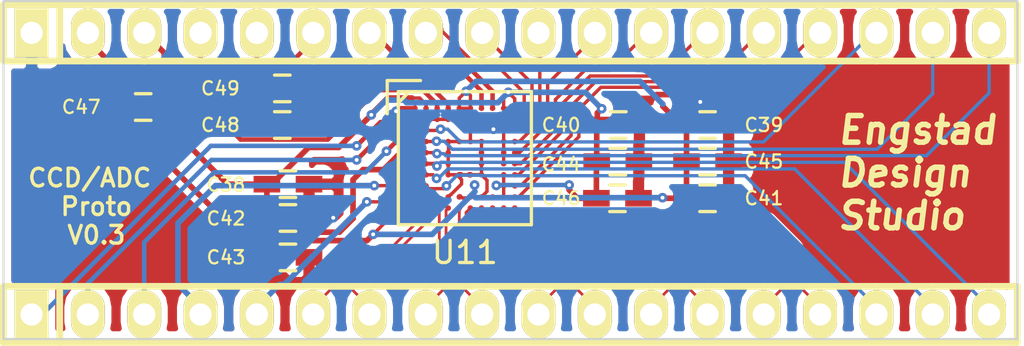
<source format=kicad_pcb>
(kicad_pcb (version 4) (host pcbnew "(2015-08-12 BZR 6089)-product")

  (general
    (links 98)
    (no_connects 2)
    (area 34.985599 44.237599 80.805601 59.577601)
    (thickness 1.6)
    (drawings 6)
    (tracks 462)
    (zones 0)
    (modules 15)
    (nets 39)
  )

  (page A4)
  (layers
    (0 F.Cu signal)
    (31 B.Cu signal)
    (32 B.Adhes user)
    (33 F.Adhes user hide)
    (34 B.Paste user)
    (35 F.Paste user)
    (36 B.SilkS user)
    (37 F.SilkS user)
    (38 B.Mask user)
    (39 F.Mask user)
    (40 Dwgs.User user)
    (41 Cmts.User user)
    (42 Eco1.User user)
    (43 Eco2.User user)
    (44 Edge.Cuts user)
    (45 Margin user)
    (46 B.CrtYd user)
    (47 F.CrtYd user)
    (48 B.Fab user)
    (49 F.Fab user)
  )

  (setup
    (last_trace_width 0.1524)
    (user_trace_width 0.127)
    (user_trace_width 0.1524)
    (user_trace_width 0.1778)
    (user_trace_width 0.2032)
    (user_trace_width 0.254)
    (user_trace_width 0.3048)
    (user_trace_width 0.381)
    (user_trace_width 0.508)
    (user_trace_width 0.762)
    (user_trace_width 1.016)
    (user_trace_width 1.27)
    (trace_clearance 0.127)
    (zone_clearance 0.3)
    (zone_45_only no)
    (trace_min 0.127)
    (segment_width 0.2)
    (edge_width 0.1)
    (via_size 0.4318)
    (via_drill 0.1778)
    (via_min_size 0.4318)
    (via_min_drill 0.1778)
    (user_via 0.4318 0.1778)
    (uvia_size 0.3)
    (uvia_drill 0.1)
    (uvias_allowed no)
    (uvia_min_size 0)
    (uvia_min_drill 0)
    (pcb_text_width 0.3)
    (pcb_text_size 1.5 1.5)
    (mod_edge_width 0.15)
    (mod_text_size 1 1)
    (mod_text_width 0.15)
    (pad_size 1.5 1.5)
    (pad_drill 0.6)
    (pad_to_mask_clearance 0.0762)
    (aux_axis_origin 67.85 99.8)
    (grid_origin 36.3056 45.5576)
    (visible_elements 7FFFFFFF)
    (pcbplotparams
      (layerselection 0x0f0ff_80000001)
      (usegerberextensions false)
      (excludeedgelayer true)
      (linewidth 0.100000)
      (plotframeref false)
      (viasonmask false)
      (mode 1)
      (useauxorigin false)
      (hpglpennumber 1)
      (hpglpenspeed 20)
      (hpglpendiameter 15)
      (hpglpenoverlay 2)
      (psnegative false)
      (psa4output false)
      (plotreference true)
      (plotvalue true)
      (plotinvisibletext false)
      (padsonsilk false)
      (subtractmaskfromsilk false)
      (outputformat 1)
      (mirror false)
      (drillshape 0)
      (scaleselection 1)
      (outputdirectory ../gerber/proto-1/))
  )

  (net 0 "")
  (net 1 /h-driver/3V3)
  (net 2 /h-driver/1V8)
  (net 3 /h-driver/RG1)
  (net 4 /h-driver/RG2)
  (net 5 /h-driver/HL1)
  (net 6 /h-driver/H1)
  (net 7 /h-driver/HL2)
  (net 8 /h-driver/A0+)
  (net 9 /h-driver/A0-)
  (net 10 /h-driver/A1+)
  (net 11 /h-driver/A1-)
  (net 12 /h-driver/TCLK+)
  (net 13 /h-driver/TCLK-)
  (net 14 /h-driver/B0+)
  (net 15 /h-driver/B0-)
  (net 16 /h-driver/B1+)
  (net 17 /h-driver/B1-)
  (net 18 /h-driver/CLI)
  (net 19 /h-driver/GP01)
  (net 20 /h-driver/GP02)
  (net 21 /h-driver/GP03)
  (net 22 /h-driver/GP04)
  (net 23 /h-driver/SCK)
  (net 24 /h-driver/SDATA)
  (net 25 /h-driver/SL)
  (net 26 /h-driver/SYNC)
  (net 27 /h-driver/VD)
  (net 28 /h-driver/HD)
  (net 29 "Net-(C48-Pad2)")
  (net 30 "Net-(C49-Pad2)")
  (net 31 /h-driver/IN_A+)
  (net 32 /h-driver/IN_B+)
  (net 33 /h-driver/IN_B-)
  (net 34 /h-driver/IN_A-)
  (net 35 /h-driver/H4)
  (net 36 /h-driver/H3)
  (net 37 /h-driver/H2)
  (net 38 GND)

  (net_class Default "This is the default net class."
    (clearance 0.127)
    (trace_width 0.1524)
    (via_dia 0.4318)
    (via_drill 0.1778)
    (uvia_dia 0.3)
    (uvia_drill 0.1)
    (add_net /h-driver/1V8)
    (add_net /h-driver/3V3)
    (add_net /h-driver/A0+)
    (add_net /h-driver/A0-)
    (add_net /h-driver/A1+)
    (add_net /h-driver/A1-)
    (add_net /h-driver/B0+)
    (add_net /h-driver/B0-)
    (add_net /h-driver/B1+)
    (add_net /h-driver/B1-)
    (add_net /h-driver/CLI)
    (add_net /h-driver/GP01)
    (add_net /h-driver/GP02)
    (add_net /h-driver/GP03)
    (add_net /h-driver/GP04)
    (add_net /h-driver/H1)
    (add_net /h-driver/H2)
    (add_net /h-driver/H3)
    (add_net /h-driver/H4)
    (add_net /h-driver/HD)
    (add_net /h-driver/HL1)
    (add_net /h-driver/HL2)
    (add_net /h-driver/IN_A+)
    (add_net /h-driver/IN_A-)
    (add_net /h-driver/IN_B+)
    (add_net /h-driver/IN_B-)
    (add_net /h-driver/RG1)
    (add_net /h-driver/RG2)
    (add_net /h-driver/SCK)
    (add_net /h-driver/SDATA)
    (add_net /h-driver/SL)
    (add_net /h-driver/SYNC)
    (add_net /h-driver/TCLK+)
    (add_net /h-driver/TCLK-)
    (add_net /h-driver/VD)
    (add_net GND)
    (add_net "Net-(C48-Pad2)")
    (add_net "Net-(C49-Pad2)")
  )

  (module w_pin_strip:pin_strip_18 (layer F.Cu) (tedit 5588FA72) (tstamp 558844A1)
    (at 57.8928 45.72)
    (descr "Pin strip 18pin")
    (tags "CONN DEV")
    (path /557AD230/55886037)
    (fp_text reference P3 (at 0 -2.159) (layer F.SilkS) hide
      (effects (font (size 1.016 1.016) (thickness 0.2032)))
    )
    (fp_text value CONN_01X18 (at 0.254 -3.556) (layer F.SilkS) hide
      (effects (font (size 1.016 0.889) (thickness 0.2032)))
    )
    (fp_line (start 22.86 1.27) (end -22.86 1.27) (layer F.SilkS) (width 0.3048))
    (fp_line (start -22.86 -1.27) (end 22.86 -1.27) (layer F.SilkS) (width 0.3048))
    (fp_line (start 22.86 -1.27) (end 22.86 1.27) (layer F.SilkS) (width 0.3048))
    (fp_line (start -20.32 -1.27) (end -20.32 1.27) (layer F.SilkS) (width 0.3048))
    (fp_line (start -22.86 1.27) (end -22.86 -1.27) (layer F.SilkS) (width 0.3048))
    (pad 1 thru_hole rect (at -21.59 0) (size 1.524 2.19964) (drill 1.00076) (layers *.Cu *.Mask F.SilkS)
      (net 38 GND))
    (pad 2 thru_hole oval (at -19.05 0) (size 1.524 2.19964) (drill 1.00076) (layers *.Cu *.Mask F.SilkS)
      (net 2 /h-driver/1V8))
    (pad 3 thru_hole oval (at -16.51 0) (size 1.524 2.19964) (drill 1.00076) (layers *.Cu *.Mask F.SilkS)
      (net 1 /h-driver/3V3))
    (pad 4 thru_hole oval (at -13.97 0) (size 1.524 2.19964) (drill 1.00076) (layers *.Cu *.Mask F.SilkS)
      (net 34 /h-driver/IN_A-))
    (pad 5 thru_hole oval (at -11.43 0) (size 1.524 2.19964) (drill 1.00076) (layers *.Cu *.Mask F.SilkS)
      (net 31 /h-driver/IN_A+))
    (pad 6 thru_hole oval (at -8.89 0) (size 1.524 2.19964) (drill 1.00076) (layers *.Cu *.Mask F.SilkS)
      (net 32 /h-driver/IN_B+))
    (pad 7 thru_hole oval (at -6.35 0) (size 1.524 2.19964) (drill 1.00076) (layers *.Cu *.Mask F.SilkS)
      (net 33 /h-driver/IN_B-))
    (pad 8 thru_hole oval (at -3.81 0) (size 1.524 2.19964) (drill 1.00076) (layers *.Cu *.Mask F.SilkS)
      (net 4 /h-driver/RG2))
    (pad 9 thru_hole oval (at -1.27 0) (size 1.524 2.19964) (drill 1.00076) (layers *.Cu *.Mask F.SilkS)
      (net 7 /h-driver/HL2))
    (pad 10 thru_hole oval (at 1.27 0) (size 1.524 2.19964) (drill 1.00076) (layers *.Cu *.Mask F.SilkS)
      (net 35 /h-driver/H4))
    (pad 11 thru_hole oval (at 3.81 0) (size 1.524 2.19964) (drill 1.00076) (layers *.Cu *.Mask F.SilkS)
      (net 36 /h-driver/H3))
    (pad 12 thru_hole oval (at 6.35 0) (size 1.524 2.19964) (drill 1.00076) (layers *.Cu *.Mask F.SilkS)
      (net 37 /h-driver/H2))
    (pad 13 thru_hole oval (at 8.89 0) (size 1.524 2.19964) (drill 1.00076) (layers *.Cu *.Mask F.SilkS)
      (net 6 /h-driver/H1))
    (pad 14 thru_hole oval (at 11.43 0) (size 1.524 2.19964) (drill 1.00076) (layers *.Cu *.Mask F.SilkS)
      (net 5 /h-driver/HL1))
    (pad 15 thru_hole oval (at 13.97 0) (size 1.524 2.19964) (drill 1.00076) (layers *.Cu *.Mask F.SilkS)
      (net 3 /h-driver/RG1))
    (pad 16 thru_hole oval (at 16.51 0) (size 1.524 2.19964) (drill 1.00076) (layers *.Cu *.Mask F.SilkS)
      (net 25 /h-driver/SL))
    (pad 17 thru_hole oval (at 19.05 0) (size 1.524 2.19964) (drill 1.00076) (layers *.Cu *.Mask F.SilkS)
      (net 23 /h-driver/SCK))
    (pad 18 thru_hole oval (at 21.59 0) (size 1.524 2.19964) (drill 1.00076) (layers *.Cu *.Mask F.SilkS)
      (net 24 /h-driver/SDATA))
    (model Pin_Headers.3dshapes/Pin_Header_Straight_1x18.wrl
      (at (xyz 0 0 -0.065))
      (scale (xyz 1 1 -1))
      (rotate (xyz 0 0 0))
    )
  )

  (module w_pin_strip:pin_strip_18 (layer F.Cu) (tedit 5588FA7B) (tstamp 55884486)
    (at 57.89 58.42)
    (descr "Pin strip 18pin")
    (tags "CONN DEV")
    (path /557AD230/5588671F)
    (fp_text reference P2 (at 0 -2.159) (layer F.SilkS) hide
      (effects (font (size 1.016 1.016) (thickness 0.2032)))
    )
    (fp_text value CONN_01X18 (at 0.254 -3.556) (layer F.SilkS) hide
      (effects (font (size 1.016 0.889) (thickness 0.2032)))
    )
    (fp_line (start 22.86 1.27) (end -22.86 1.27) (layer F.SilkS) (width 0.3048))
    (fp_line (start -22.86 -1.27) (end 22.86 -1.27) (layer F.SilkS) (width 0.3048))
    (fp_line (start 22.86 -1.27) (end 22.86 1.27) (layer F.SilkS) (width 0.3048))
    (fp_line (start -20.32 -1.27) (end -20.32 1.27) (layer F.SilkS) (width 0.3048))
    (fp_line (start -22.86 1.27) (end -22.86 -1.27) (layer F.SilkS) (width 0.3048))
    (pad 1 thru_hole rect (at -21.59 0) (size 1.524 2.19964) (drill 1.00076) (layers *.Cu *.Mask F.SilkS)
      (net 18 /h-driver/CLI))
    (pad 2 thru_hole oval (at -19.05 0) (size 1.524 2.19964) (drill 1.00076) (layers *.Cu *.Mask F.SilkS)
      (net 19 /h-driver/GP01))
    (pad 3 thru_hole oval (at -16.51 0) (size 1.524 2.19964) (drill 1.00076) (layers *.Cu *.Mask F.SilkS)
      (net 20 /h-driver/GP02))
    (pad 4 thru_hole oval (at -13.97 0) (size 1.524 2.19964) (drill 1.00076) (layers *.Cu *.Mask F.SilkS)
      (net 21 /h-driver/GP03))
    (pad 5 thru_hole oval (at -11.43 0) (size 1.524 2.19964) (drill 1.00076) (layers *.Cu *.Mask F.SilkS)
      (net 22 /h-driver/GP04))
    (pad 6 thru_hole oval (at -8.89 0) (size 1.524 2.19964) (drill 1.00076) (layers *.Cu *.Mask F.SilkS)
      (net 8 /h-driver/A0+))
    (pad 7 thru_hole oval (at -6.35 0) (size 1.524 2.19964) (drill 1.00076) (layers *.Cu *.Mask F.SilkS)
      (net 9 /h-driver/A0-))
    (pad 8 thru_hole oval (at -3.81 0) (size 1.524 2.19964) (drill 1.00076) (layers *.Cu *.Mask F.SilkS)
      (net 10 /h-driver/A1+))
    (pad 9 thru_hole oval (at -1.27 0) (size 1.524 2.19964) (drill 1.00076) (layers *.Cu *.Mask F.SilkS)
      (net 11 /h-driver/A1-))
    (pad 10 thru_hole oval (at 1.27 0) (size 1.524 2.19964) (drill 1.00076) (layers *.Cu *.Mask F.SilkS)
      (net 12 /h-driver/TCLK+))
    (pad 11 thru_hole oval (at 3.81 0) (size 1.524 2.19964) (drill 1.00076) (layers *.Cu *.Mask F.SilkS)
      (net 13 /h-driver/TCLK-))
    (pad 12 thru_hole oval (at 6.35 0) (size 1.524 2.19964) (drill 1.00076) (layers *.Cu *.Mask F.SilkS)
      (net 14 /h-driver/B0+))
    (pad 13 thru_hole oval (at 8.89 0) (size 1.524 2.19964) (drill 1.00076) (layers *.Cu *.Mask F.SilkS)
      (net 15 /h-driver/B0-))
    (pad 14 thru_hole oval (at 11.43 0) (size 1.524 2.19964) (drill 1.00076) (layers *.Cu *.Mask F.SilkS)
      (net 16 /h-driver/B1+))
    (pad 15 thru_hole oval (at 13.97 0) (size 1.524 2.19964) (drill 1.00076) (layers *.Cu *.Mask F.SilkS)
      (net 17 /h-driver/B1-))
    (pad 16 thru_hole oval (at 16.51 0) (size 1.524 2.19964) (drill 1.00076) (layers *.Cu *.Mask F.SilkS)
      (net 27 /h-driver/VD))
    (pad 17 thru_hole oval (at 19.05 0) (size 1.524 2.19964) (drill 1.00076) (layers *.Cu *.Mask F.SilkS)
      (net 28 /h-driver/HD))
    (pad 18 thru_hole oval (at 21.59 0) (size 1.524 2.19964) (drill 1.00076) (layers *.Cu *.Mask F.SilkS)
      (net 26 /h-driver/SYNC))
    (model Pin_Headers.3dshapes/Pin_Header_Straight_1x18.wrl
      (at (xyz 0 0 -0.065))
      (scale (xyz 1 1 -1))
      (rotate (xyz 0 0 0))
    )
  )

  (module camera:csp-bga-bc-76-3 (layer F.Cu) (tedit 5588F51F) (tstamp 55890E4F)
    (at 55.84 51.37)
    (path /557AD230/557AD8F3)
    (fp_text reference U11 (at 0 4.25) (layer F.SilkS)
      (effects (font (size 1 1) (thickness 0.15)))
    )
    (fp_text value ADDI7013 (at -0.25 -5) (layer F.Fab)
      (effects (font (size 1 1) (thickness 0.15)))
    )
    (fp_line (start -3.5 -3.5) (end -2 -3.5) (layer F.SilkS) (width 0.15))
    (fp_line (start -3.5 -2) (end -3.5 -3.5) (layer F.SilkS) (width 0.15))
    (fp_line (start -3 -2.5) (end -2.5 -3) (layer F.SilkS) (width 0.15))
    (fp_line (start -3 3) (end -3 -3) (layer F.SilkS) (width 0.15))
    (fp_line (start 3 3) (end -3 3) (layer F.SilkS) (width 0.15))
    (fp_line (start 3 -3) (end 3 3) (layer F.SilkS) (width 0.15))
    (fp_line (start -3 -3) (end 3 -3) (layer F.SilkS) (width 0.15))
    (pad A1 smd circle (at -2.25 -2.25) (size 0.25 0.25) (layers F.Cu F.Paste F.Mask)
      (net 38 GND) (solder_mask_margin 0.05))
    (pad B1 smd circle (at -2.25 -1.75) (size 0.25 0.25) (layers F.Cu F.Paste F.Mask)
      (net 18 /h-driver/CLI) (solder_mask_margin 0.05))
    (pad C1 smd circle (at -2.25 -1.25) (size 0.25 0.25) (layers F.Cu F.Paste F.Mask)
      (net 19 /h-driver/GP01) (solder_mask_margin 0.05))
    (pad D1 smd circle (at -2.25 -0.75) (size 0.25 0.25) (layers F.Cu F.Paste F.Mask)
      (net 20 /h-driver/GP02) (solder_mask_margin 0.05))
    (pad E1 smd circle (at -2.25 -0.25) (size 0.25 0.25) (layers F.Cu F.Paste F.Mask)
      (net 1 /h-driver/3V3) (solder_mask_margin 0.05))
    (pad F1 smd circle (at -2.25 0.25) (size 0.25 0.25) (layers F.Cu F.Paste F.Mask)
      (net 21 /h-driver/GP03) (solder_mask_margin 0.05))
    (pad G1 smd circle (at -2.25 0.75) (size 0.25 0.25) (layers F.Cu F.Paste F.Mask)
      (net 22 /h-driver/GP04) (solder_mask_margin 0.05))
    (pad H1 smd circle (at -2.25 1.25) (size 0.25 0.25) (layers F.Cu F.Paste F.Mask)
      (net 2 /h-driver/1V8) (solder_mask_margin 0.05))
    (pad J1 smd circle (at -2.25 1.75) (size 0.25 0.25) (layers F.Cu F.Paste F.Mask)
      (net 2 /h-driver/1V8) (solder_mask_margin 0.05))
    (pad K1 smd circle (at -2.25 2.25) (size 0.25 0.25) (layers F.Cu F.Paste F.Mask)
      (net 8 /h-driver/A0+) (solder_mask_margin 0.05))
    (pad A2 smd circle (at -1.75 -2.25) (size 0.25 0.25) (layers F.Cu F.Paste F.Mask)
      (net 1 /h-driver/3V3) (solder_mask_margin 0.05))
    (pad B2 smd circle (at -1.75 -1.75) (size 0.25 0.25) (layers F.Cu F.Paste F.Mask)
      (net 38 GND) (solder_mask_margin 0.05))
    (pad C2 smd circle (at -1.75 -1.25) (size 0.25 0.25) (layers F.Cu F.Paste F.Mask)
      (net 25 /h-driver/SL) (solder_mask_margin 0.05))
    (pad D2 smd circle (at -1.75 -0.75) (size 0.25 0.25) (layers F.Cu F.Paste F.Mask)
      (net 23 /h-driver/SCK) (solder_mask_margin 0.05))
    (pad E2 smd circle (at -1.75 -0.25) (size 0.25 0.25) (layers F.Cu F.Paste F.Mask)
      (net 24 /h-driver/SDATA) (solder_mask_margin 0.05))
    (pad F2 smd circle (at -1.75 0.25) (size 0.25 0.25) (layers F.Cu F.Paste F.Mask)
      (net 26 /h-driver/SYNC) (solder_mask_margin 0.05))
    (pad G2 smd circle (at -1.75 0.75) (size 0.25 0.25) (layers F.Cu F.Paste F.Mask)
      (net 28 /h-driver/HD) (solder_mask_margin 0.05))
    (pad H2 smd circle (at -1.75 1.25) (size 0.25 0.25) (layers F.Cu F.Paste F.Mask)
      (net 27 /h-driver/VD) (solder_mask_margin 0.05))
    (pad J2 smd circle (at -1.75 1.75) (size 0.25 0.25) (layers F.Cu F.Paste F.Mask)
      (net 2 /h-driver/1V8) (solder_mask_margin 0.05))
    (pad K2 smd circle (at -1.75 2.25) (size 0.25 0.25) (layers F.Cu F.Paste F.Mask)
      (net 9 /h-driver/A0-) (solder_mask_margin 0.05))
    (pad A3 smd circle (at -1.25 -2.25) (size 0.25 0.25) (layers F.Cu F.Paste F.Mask)
      (net 34 /h-driver/IN_A-) (solder_mask_margin 0.05))
    (pad B3 smd circle (at -1.25 -1.75) (size 0.25 0.25) (layers F.Cu F.Paste F.Mask)
      (net 38 GND) (solder_mask_margin 0.05))
    (pad J3 smd circle (at -1.25 1.75) (size 0.25 0.25) (layers F.Cu F.Paste F.Mask)
      (net 38 GND) (solder_mask_margin 0.05))
    (pad K3 smd circle (at -1.25 2.25) (size 0.25 0.25) (layers F.Cu F.Paste F.Mask)
      (net 10 /h-driver/A1+) (solder_mask_margin 0.05))
    (pad A4 smd circle (at -0.75 -2.25) (size 0.25 0.25) (layers F.Cu F.Paste F.Mask)
      (net 29 "Net-(C48-Pad2)") (solder_mask_margin 0.05))
    (pad B4 smd circle (at -0.75 -1.75) (size 0.25 0.25) (layers F.Cu F.Paste F.Mask)
      (net 38 GND) (solder_mask_margin 0.05))
    (pad D4 smd circle (at -0.75 -0.75) (size 0.25 0.25) (layers F.Cu F.Paste F.Mask)
      (net 38 GND) (solder_mask_margin 0.05))
    (pad E4 smd circle (at -0.75 -0.25) (size 0.25 0.25) (layers F.Cu F.Paste F.Mask)
      (net 38 GND) (solder_mask_margin 0.05))
    (pad F4 smd circle (at -0.75 0.25) (size 0.25 0.25) (layers F.Cu F.Paste F.Mask)
      (net 38 GND) (solder_mask_margin 0.05))
    (pad G4 smd circle (at -0.75 0.75) (size 0.25 0.25) (layers F.Cu F.Paste F.Mask)
      (net 38 GND) (solder_mask_margin 0.05))
    (pad J4 smd circle (at -0.75 1.75) (size 0.25 0.25) (layers F.Cu F.Paste F.Mask)
      (net 38 GND) (solder_mask_margin 0.05))
    (pad K4 smd circle (at -0.75 2.25) (size 0.25 0.25) (layers F.Cu F.Paste F.Mask)
      (net 11 /h-driver/A1-) (solder_mask_margin 0.05))
    (pad A5 smd circle (at -0.25 -2.25) (size 0.25 0.25) (layers F.Cu F.Paste F.Mask)
      (net 2 /h-driver/1V8) (solder_mask_margin 0.05))
    (pad B5 smd circle (at -0.25 -1.75) (size 0.25 0.25) (layers F.Cu F.Paste F.Mask)
      (net 38 GND) (solder_mask_margin 0.05))
    (pad D5 smd circle (at -0.25 -0.75) (size 0.25 0.25) (layers F.Cu F.Paste F.Mask)
      (net 38 GND) (solder_mask_margin 0.05))
    (pad G5 smd circle (at -0.25 0.75) (size 0.25 0.25) (layers F.Cu F.Paste F.Mask)
      (net 38 GND) (solder_mask_margin 0.05))
    (pad J5 smd circle (at -0.25 1.75) (size 0.25 0.25) (layers F.Cu F.Paste F.Mask)
      (net 2 /h-driver/1V8) (solder_mask_margin 0.05))
    (pad K5 smd circle (at -0.25 2.25) (size 0.25 0.25) (layers F.Cu F.Paste F.Mask)
      (net 12 /h-driver/TCLK+) (solder_mask_margin 0.05))
    (pad A6 smd circle (at 0.25 -2.25) (size 0.25 0.25) (layers F.Cu F.Paste F.Mask)
      (net 2 /h-driver/1V8) (solder_mask_margin 0.05))
    (pad B6 smd circle (at 0.25 -1.75) (size 0.25 0.25) (layers F.Cu F.Paste F.Mask)
      (net 38 GND) (solder_mask_margin 0.05))
    (pad D6 smd circle (at 0.25 -0.75) (size 0.25 0.25) (layers F.Cu F.Paste F.Mask)
      (net 38 GND) (solder_mask_margin 0.05))
    (pad G6 smd circle (at 0.25 0.75) (size 0.25 0.25) (layers F.Cu F.Paste F.Mask)
      (net 38 GND) (solder_mask_margin 0.05))
    (pad J6 smd circle (at 0.25 1.75) (size 0.25 0.25) (layers F.Cu F.Paste F.Mask)
      (net 2 /h-driver/1V8) (solder_mask_margin 0.05))
    (pad K6 smd circle (at 0.25 2.25) (size 0.25 0.25) (layers F.Cu F.Paste F.Mask)
      (net 13 /h-driver/TCLK-) (solder_mask_margin 0.05))
    (pad A7 smd circle (at 0.75 -2.25) (size 0.25 0.25) (layers F.Cu F.Paste F.Mask)
      (net 30 "Net-(C49-Pad2)") (solder_mask_margin 0.05))
    (pad B7 smd circle (at 0.75 -1.75) (size 0.25 0.25) (layers F.Cu F.Paste F.Mask)
      (net 38 GND) (solder_mask_margin 0.05))
    (pad D7 smd circle (at 0.75 -0.75) (size 0.25 0.25) (layers F.Cu F.Paste F.Mask)
      (net 38 GND) (solder_mask_margin 0.05))
    (pad E7 smd circle (at 0.75 -0.25) (size 0.25 0.25) (layers F.Cu F.Paste F.Mask)
      (net 38 GND) (solder_mask_margin 0.05))
    (pad F7 smd circle (at 0.75 0.25) (size 0.25 0.25) (layers F.Cu F.Paste F.Mask)
      (net 38 GND) (solder_mask_margin 0.05))
    (pad G7 smd circle (at 0.75 0.75) (size 0.25 0.25) (layers F.Cu F.Paste F.Mask)
      (net 38 GND) (solder_mask_margin 0.05))
    (pad J7 smd circle (at 0.75 1.75) (size 0.25 0.25) (layers F.Cu F.Paste F.Mask)
      (net 38 GND) (solder_mask_margin 0.05))
    (pad K7 smd circle (at 0.75 2.25) (size 0.25 0.25) (layers F.Cu F.Paste F.Mask)
      (net 14 /h-driver/B0+) (solder_mask_margin 0.05))
    (pad A8 smd circle (at 1.25 -2.25) (size 0.25 0.25) (layers F.Cu F.Paste F.Mask)
      (net 33 /h-driver/IN_B-) (solder_mask_margin 0.05))
    (pad B8 smd circle (at 1.25 -1.75) (size 0.25 0.25) (layers F.Cu F.Paste F.Mask)
      (net 38 GND) (solder_mask_margin 0.05))
    (pad J8 smd circle (at 1.25 1.75) (size 0.25 0.25) (layers F.Cu F.Paste F.Mask)
      (net 38 GND) (solder_mask_margin 0.05))
    (pad K8 smd circle (at 1.25 2.25) (size 0.25 0.25) (layers F.Cu F.Paste F.Mask)
      (net 15 /h-driver/B0-) (solder_mask_margin 0.05))
    (pad A9 smd circle (at 1.75 -2.25) (size 0.25 0.25) (layers F.Cu F.Paste F.Mask)
      (net 1 /h-driver/3V3) (solder_mask_margin 0.05))
    (pad B9 smd circle (at 1.75 -1.75) (size 0.25 0.25) (layers F.Cu F.Paste F.Mask)
      (net 38 GND) (solder_mask_margin 0.05))
    (pad C9 smd circle (at 1.75 -1.25) (size 0.25 0.25) (layers F.Cu F.Paste F.Mask)
      (net 38 GND) (solder_mask_margin 0.05))
    (pad D9 smd circle (at 1.75 -0.75) (size 0.25 0.25) (layers F.Cu F.Paste F.Mask)
      (net 38 GND) (solder_mask_margin 0.05))
    (pad E9 smd circle (at 1.75 -0.25) (size 0.25 0.25) (layers F.Cu F.Paste F.Mask)
      (net 38 GND) (solder_mask_margin 0.05))
    (pad F9 smd circle (at 1.75 0.25) (size 0.25 0.25) (layers F.Cu F.Paste F.Mask)
      (net 38 GND) (solder_mask_margin 0.05))
    (pad G9 smd circle (at 1.75 0.75) (size 0.25 0.25) (layers F.Cu F.Paste F.Mask)
      (net 1 /h-driver/3V3) (solder_mask_margin 0.05))
    (pad H9 smd circle (at 1.75 1.25) (size 0.25 0.25) (layers F.Cu F.Paste F.Mask)
      (net 1 /h-driver/3V3) (solder_mask_margin 0.05))
    (pad J9 smd circle (at 1.75 1.75) (size 0.25 0.25) (layers F.Cu F.Paste F.Mask)
      (net 1 /h-driver/3V3) (solder_mask_margin 0.05))
    (pad K9 smd circle (at 1.75 2.25) (size 0.25 0.25) (layers F.Cu F.Paste F.Mask)
      (net 16 /h-driver/B1+) (solder_mask_margin 0.05))
    (pad A10 smd circle (at 2.25 -2.25) (size 0.25 0.25) (layers F.Cu F.Paste F.Mask)
      (net 1 /h-driver/3V3) (solder_mask_margin 0.05))
    (pad B10 smd circle (at 2.25 -1.75) (size 0.25 0.25) (layers F.Cu F.Paste F.Mask)
      (net 4 /h-driver/RG2) (solder_mask_margin 0.05))
    (pad C10 smd circle (at 2.25 -1.25) (size 0.25 0.25) (layers F.Cu F.Paste F.Mask)
      (net 7 /h-driver/HL2) (solder_mask_margin 0.05))
    (pad D10 smd circle (at 2.25 -0.75) (size 0.25 0.25) (layers F.Cu F.Paste F.Mask)
      (net 35 /h-driver/H4) (solder_mask_margin 0.05))
    (pad E10 smd circle (at 2.25 -0.25) (size 0.25 0.25) (layers F.Cu F.Paste F.Mask)
      (net 36 /h-driver/H3) (solder_mask_margin 0.05))
    (pad F10 smd circle (at 2.25 0.25) (size 0.25 0.25) (layers F.Cu F.Paste F.Mask)
      (net 37 /h-driver/H2) (solder_mask_margin 0.05))
    (pad G10 smd circle (at 2.25 0.75) (size 0.25 0.25) (layers F.Cu F.Paste F.Mask)
      (net 6 /h-driver/H1) (solder_mask_margin 0.05))
    (pad H10 smd circle (at 2.25 1.25) (size 0.25 0.25) (layers F.Cu F.Paste F.Mask)
      (net 5 /h-driver/HL1) (solder_mask_margin 0.05))
    (pad J10 smd circle (at 2.25 1.75) (size 0.25 0.25) (layers F.Cu F.Paste F.Mask)
      (net 3 /h-driver/RG1) (solder_mask_margin 0.05))
    (pad K10 smd circle (at 2.25 2.25) (size 0.25 0.25) (layers F.Cu F.Paste F.Mask)
      (net 17 /h-driver/B1-) (solder_mask_margin 0.05))
    (model Housings_DFN_QFN.3dshapes/UQFN-48-1EP_6x6mm_Pitch0.4mm.wrl
      (at (xyz 0 0 0))
      (scale (xyz 1 1 1))
      (rotate (xyz 0 0 0))
    )
  )

  (module Capacitors_SMD:C_0603_HandSoldering (layer F.Cu) (tedit 55C98F19) (tstamp 55C98890)
    (at 47.8626 52.5426)
    (descr "Capacitor SMD 0603, hand soldering")
    (tags "capacitor 0603")
    (path /557AD230/557B1270)
    (attr smd)
    (fp_text reference C38 (at -2.794 0.0254) (layer F.SilkS)
      (effects (font (size 0.6 0.6) (thickness 0.1)))
    )
    (fp_text value 0.1uF (at 0 1.9) (layer F.Fab)
      (effects (font (size 1 1) (thickness 0.15)))
    )
    (fp_line (start -1.85 -0.75) (end 1.85 -0.75) (layer F.CrtYd) (width 0.05))
    (fp_line (start -1.85 0.75) (end 1.85 0.75) (layer F.CrtYd) (width 0.05))
    (fp_line (start -1.85 -0.75) (end -1.85 0.75) (layer F.CrtYd) (width 0.05))
    (fp_line (start 1.85 -0.75) (end 1.85 0.75) (layer F.CrtYd) (width 0.05))
    (fp_line (start -0.35 -0.6) (end 0.35 -0.6) (layer F.SilkS) (width 0.15))
    (fp_line (start 0.35 0.6) (end -0.35 0.6) (layer F.SilkS) (width 0.15))
    (pad 1 smd rect (at -0.95 0) (size 1.2 0.75) (layers F.Cu F.Paste F.Mask)
      (net 1 /h-driver/3V3))
    (pad 2 smd rect (at 0.95 0) (size 1.2 0.75) (layers F.Cu F.Paste F.Mask)
      (net 38 GND))
    (model Capacitors_SMD.3dshapes/C_0603_HandSoldering.wrl
      (at (xyz 0 0 0))
      (scale (xyz 1 1 1))
      (rotate (xyz 0 0 0))
    )
  )

  (module Capacitors_SMD:C_0603_HandSoldering (layer F.Cu) (tedit 55C98ECE) (tstamp 55C9889C)
    (at 66.7856 49.8756)
    (descr "Capacitor SMD 0603, hand soldering")
    (tags "capacitor 0603")
    (path /557AD230/557B1F86)
    (attr smd)
    (fp_text reference C39 (at 2.54 0) (layer F.SilkS)
      (effects (font (size 0.6 0.6) (thickness 0.1)))
    )
    (fp_text value 0.1uF (at 0 1.9) (layer F.Fab)
      (effects (font (size 1 1) (thickness 0.15)))
    )
    (fp_line (start -1.85 -0.75) (end 1.85 -0.75) (layer F.CrtYd) (width 0.05))
    (fp_line (start -1.85 0.75) (end 1.85 0.75) (layer F.CrtYd) (width 0.05))
    (fp_line (start -1.85 -0.75) (end -1.85 0.75) (layer F.CrtYd) (width 0.05))
    (fp_line (start 1.85 -0.75) (end 1.85 0.75) (layer F.CrtYd) (width 0.05))
    (fp_line (start -0.35 -0.6) (end 0.35 -0.6) (layer F.SilkS) (width 0.15))
    (fp_line (start 0.35 0.6) (end -0.35 0.6) (layer F.SilkS) (width 0.15))
    (pad 1 smd rect (at -0.95 0) (size 1.2 0.75) (layers F.Cu F.Paste F.Mask)
      (net 2 /h-driver/1V8))
    (pad 2 smd rect (at 0.95 0) (size 1.2 0.75) (layers F.Cu F.Paste F.Mask)
      (net 38 GND))
    (model Capacitors_SMD.3dshapes/C_0603_HandSoldering.wrl
      (at (xyz 0 0 0))
      (scale (xyz 1 1 1))
      (rotate (xyz 0 0 0))
    )
  )

  (module Capacitors_SMD:C_0603_HandSoldering (layer F.Cu) (tedit 55C98D5E) (tstamp 55C988A8)
    (at 62.7622 49.8756)
    (descr "Capacitor SMD 0603, hand soldering")
    (tags "capacitor 0603")
    (path /557AD230/557B1343)
    (attr smd)
    (fp_text reference C40 (at -2.5806 0) (layer F.SilkS)
      (effects (font (size 0.6 0.6) (thickness 0.1)))
    )
    (fp_text value 0.1uF (at 0 1.9) (layer F.Fab)
      (effects (font (size 1 1) (thickness 0.15)))
    )
    (fp_line (start -1.85 -0.75) (end 1.85 -0.75) (layer F.CrtYd) (width 0.05))
    (fp_line (start -1.85 0.75) (end 1.85 0.75) (layer F.CrtYd) (width 0.05))
    (fp_line (start -1.85 -0.75) (end -1.85 0.75) (layer F.CrtYd) (width 0.05))
    (fp_line (start 1.85 -0.75) (end 1.85 0.75) (layer F.CrtYd) (width 0.05))
    (fp_line (start -0.35 -0.6) (end 0.35 -0.6) (layer F.SilkS) (width 0.15))
    (fp_line (start 0.35 0.6) (end -0.35 0.6) (layer F.SilkS) (width 0.15))
    (pad 1 smd rect (at -0.95 0) (size 1.2 0.75) (layers F.Cu F.Paste F.Mask)
      (net 1 /h-driver/3V3))
    (pad 2 smd rect (at 0.95 0) (size 1.2 0.75) (layers F.Cu F.Paste F.Mask)
      (net 38 GND))
    (model Capacitors_SMD.3dshapes/C_0603_HandSoldering.wrl
      (at (xyz 0 0 0))
      (scale (xyz 1 1 1))
      (rotate (xyz 0 0 0))
    )
  )

  (module Capacitors_SMD:C_0603_HandSoldering (layer F.Cu) (tedit 55C98F28) (tstamp 55C988CC)
    (at 47.8626 55.8446)
    (descr "Capacitor SMD 0603, hand soldering")
    (tags "capacitor 0603")
    (path /557AD230/557B220F)
    (attr smd)
    (fp_text reference C43 (at -2.794 0) (layer F.SilkS)
      (effects (font (size 0.6 0.6) (thickness 0.1)))
    )
    (fp_text value 0.1uF (at 0 1.9) (layer F.Fab)
      (effects (font (size 1 1) (thickness 0.15)))
    )
    (fp_line (start -1.85 -0.75) (end 1.85 -0.75) (layer F.CrtYd) (width 0.05))
    (fp_line (start -1.85 0.75) (end 1.85 0.75) (layer F.CrtYd) (width 0.05))
    (fp_line (start -1.85 -0.75) (end -1.85 0.75) (layer F.CrtYd) (width 0.05))
    (fp_line (start 1.85 -0.75) (end 1.85 0.75) (layer F.CrtYd) (width 0.05))
    (fp_line (start -0.35 -0.6) (end 0.35 -0.6) (layer F.SilkS) (width 0.15))
    (fp_line (start 0.35 0.6) (end -0.35 0.6) (layer F.SilkS) (width 0.15))
    (pad 1 smd rect (at -0.95 0) (size 1.2 0.75) (layers F.Cu F.Paste F.Mask)
      (net 2 /h-driver/1V8))
    (pad 2 smd rect (at 0.95 0) (size 1.2 0.75) (layers F.Cu F.Paste F.Mask)
      (net 38 GND))
    (model Capacitors_SMD.3dshapes/C_0603_HandSoldering.wrl
      (at (xyz 0 0 0))
      (scale (xyz 1 1 1))
      (rotate (xyz 0 0 0))
    )
  )

  (module Capacitors_SMD:C_0603_HandSoldering (layer F.Cu) (tedit 55C98EC7) (tstamp 55C988D8)
    (at 66.7856 51.5266)
    (descr "Capacitor SMD 0603, hand soldering")
    (tags "capacitor 0603")
    (path /557AD230/557B39CA)
    (attr smd)
    (fp_text reference C45 (at 2.54 0) (layer F.SilkS)
      (effects (font (size 0.6 0.6) (thickness 0.1)))
    )
    (fp_text value 0.1uF (at 0 1.9) (layer F.Fab)
      (effects (font (size 1 1) (thickness 0.15)))
    )
    (fp_line (start -1.85 -0.75) (end 1.85 -0.75) (layer F.CrtYd) (width 0.05))
    (fp_line (start -1.85 0.75) (end 1.85 0.75) (layer F.CrtYd) (width 0.05))
    (fp_line (start -1.85 -0.75) (end -1.85 0.75) (layer F.CrtYd) (width 0.05))
    (fp_line (start 1.85 -0.75) (end 1.85 0.75) (layer F.CrtYd) (width 0.05))
    (fp_line (start -0.35 -0.6) (end 0.35 -0.6) (layer F.SilkS) (width 0.15))
    (fp_line (start 0.35 0.6) (end -0.35 0.6) (layer F.SilkS) (width 0.15))
    (pad 1 smd rect (at -0.95 0) (size 1.2 0.75) (layers F.Cu F.Paste F.Mask)
      (net 2 /h-driver/1V8))
    (pad 2 smd rect (at 0.95 0) (size 1.2 0.75) (layers F.Cu F.Paste F.Mask)
      (net 38 GND))
    (model Capacitors_SMD.3dshapes/C_0603_HandSoldering.wrl
      (at (xyz 0 0 0))
      (scale (xyz 1 1 1))
      (rotate (xyz 0 0 0))
    )
  )

  (module Capacitors_SMD:C_0603_HandSoldering (layer F.Cu) (tedit 55C98EF3) (tstamp 55C988E4)
    (at 41.3348 49.0628 180)
    (descr "Capacitor SMD 0603, hand soldering")
    (tags "capacitor 0603")
    (path /557AD230/557B336A)
    (attr smd)
    (fp_text reference C47 (at 2.794 0 180) (layer F.SilkS)
      (effects (font (size 0.6 0.6) (thickness 0.1)))
    )
    (fp_text value 4.7uF (at 0 1.9 180) (layer F.Fab)
      (effects (font (size 1 1) (thickness 0.15)))
    )
    (fp_line (start -1.85 -0.75) (end 1.85 -0.75) (layer F.CrtYd) (width 0.05))
    (fp_line (start -1.85 0.75) (end 1.85 0.75) (layer F.CrtYd) (width 0.05))
    (fp_line (start -1.85 -0.75) (end -1.85 0.75) (layer F.CrtYd) (width 0.05))
    (fp_line (start 1.85 -0.75) (end 1.85 0.75) (layer F.CrtYd) (width 0.05))
    (fp_line (start -0.35 -0.6) (end 0.35 -0.6) (layer F.SilkS) (width 0.15))
    (fp_line (start 0.35 0.6) (end -0.35 0.6) (layer F.SilkS) (width 0.15))
    (pad 1 smd rect (at -0.95 0 180) (size 1.2 0.75) (layers F.Cu F.Paste F.Mask)
      (net 1 /h-driver/3V3))
    (pad 2 smd rect (at 0.95 0 180) (size 1.2 0.75) (layers F.Cu F.Paste F.Mask)
      (net 38 GND))
    (model Capacitors_SMD.3dshapes/C_0603_HandSoldering.wrl
      (at (xyz 0 0 0))
      (scale (xyz 1 1 1))
      (rotate (xyz 0 0 0))
    )
  )

  (module Capacitors_SMD:C_0603_HandSoldering (layer F.Cu) (tedit 55C98F12) (tstamp 55C988F0)
    (at 47.6086 49.8756)
    (descr "Capacitor SMD 0603, hand soldering")
    (tags "capacitor 0603")
    (path /557AD230/557B103C)
    (attr smd)
    (fp_text reference C48 (at -2.794 0 180) (layer F.SilkS)
      (effects (font (size 0.6 0.6) (thickness 0.1)))
    )
    (fp_text value 0.1u (at 0 1.9) (layer F.Fab)
      (effects (font (size 1 1) (thickness 0.15)))
    )
    (fp_line (start -1.85 -0.75) (end 1.85 -0.75) (layer F.CrtYd) (width 0.05))
    (fp_line (start -1.85 0.75) (end 1.85 0.75) (layer F.CrtYd) (width 0.05))
    (fp_line (start -1.85 -0.75) (end -1.85 0.75) (layer F.CrtYd) (width 0.05))
    (fp_line (start 1.85 -0.75) (end 1.85 0.75) (layer F.CrtYd) (width 0.05))
    (fp_line (start -0.35 -0.6) (end 0.35 -0.6) (layer F.SilkS) (width 0.15))
    (fp_line (start 0.35 0.6) (end -0.35 0.6) (layer F.SilkS) (width 0.15))
    (pad 1 smd rect (at -0.95 0) (size 1.2 0.75) (layers F.Cu F.Paste F.Mask)
      (net 31 /h-driver/IN_A+))
    (pad 2 smd rect (at 0.95 0) (size 1.2 0.75) (layers F.Cu F.Paste F.Mask)
      (net 29 "Net-(C48-Pad2)"))
    (model Capacitors_SMD.3dshapes/C_0603_HandSoldering.wrl
      (at (xyz 0 0 0))
      (scale (xyz 1 1 1))
      (rotate (xyz 0 0 0))
    )
  )

  (module Capacitors_SMD:C_0603_HandSoldering (layer F.Cu) (tedit 55C991CA) (tstamp 55C988FC)
    (at 47.6086 48.2246)
    (descr "Capacitor SMD 0603, hand soldering")
    (tags "capacitor 0603")
    (path /557AD230/557B105D)
    (attr smd)
    (fp_text reference C49 (at -2.794 0 180) (layer F.SilkS)
      (effects (font (size 0.6 0.6) (thickness 0.1)))
    )
    (fp_text value 0.1u (at 0 1.9) (layer F.Fab)
      (effects (font (size 1 1) (thickness 0.15)))
    )
    (fp_line (start -1.85 -0.75) (end 1.85 -0.75) (layer F.CrtYd) (width 0.05))
    (fp_line (start -1.85 0.75) (end 1.85 0.75) (layer F.CrtYd) (width 0.05))
    (fp_line (start -1.85 -0.75) (end -1.85 0.75) (layer F.CrtYd) (width 0.05))
    (fp_line (start 1.85 -0.75) (end 1.85 0.75) (layer F.CrtYd) (width 0.05))
    (fp_line (start -0.35 -0.6) (end 0.35 -0.6) (layer F.SilkS) (width 0.15))
    (fp_line (start 0.35 0.6) (end -0.35 0.6) (layer F.SilkS) (width 0.15))
    (pad 1 smd rect (at -0.95 0) (size 1.2 0.75) (layers F.Cu F.Paste F.Mask)
      (net 32 /h-driver/IN_B+))
    (pad 2 smd rect (at 0.95 0) (size 1.2 0.75) (layers F.Cu F.Paste F.Mask)
      (net 30 "Net-(C49-Pad2)"))
    (model Capacitors_SMD.3dshapes/C_0603_HandSoldering.wrl
      (at (xyz 0 0 0))
      (scale (xyz 1 1 1))
      (rotate (xyz 0 0 0))
    )
  )

  (module Capacitors_SMD:C_0603_HandSoldering (layer F.Cu) (tedit 55C98EBE) (tstamp 55C99B8F)
    (at 66.7856 53.1776)
    (descr "Capacitor SMD 0603, hand soldering")
    (tags "capacitor 0603")
    (path /557AD230/557B211B)
    (attr smd)
    (fp_text reference C41 (at 2.54 0) (layer F.SilkS)
      (effects (font (size 0.6 0.6) (thickness 0.1)))
    )
    (fp_text value 0.1uF (at 0 1.9) (layer F.Fab)
      (effects (font (size 1 1) (thickness 0.15)))
    )
    (fp_line (start -1.85 -0.75) (end 1.85 -0.75) (layer F.CrtYd) (width 0.05))
    (fp_line (start -1.85 0.75) (end 1.85 0.75) (layer F.CrtYd) (width 0.05))
    (fp_line (start -1.85 -0.75) (end -1.85 0.75) (layer F.CrtYd) (width 0.05))
    (fp_line (start 1.85 -0.75) (end 1.85 0.75) (layer F.CrtYd) (width 0.05))
    (fp_line (start -0.35 -0.6) (end 0.35 -0.6) (layer F.SilkS) (width 0.15))
    (fp_line (start 0.35 0.6) (end -0.35 0.6) (layer F.SilkS) (width 0.15))
    (pad 1 smd rect (at -0.95 0) (size 1.2 0.75) (layers F.Cu F.Paste F.Mask)
      (net 2 /h-driver/1V8))
    (pad 2 smd rect (at 0.95 0) (size 1.2 0.75) (layers F.Cu F.Paste F.Mask)
      (net 38 GND))
    (model Capacitors_SMD.3dshapes/C_0603_HandSoldering.wrl
      (at (xyz 0 0 0))
      (scale (xyz 1 1 1))
      (rotate (xyz 0 0 0))
    )
  )

  (module Capacitors_SMD:C_0603_HandSoldering (layer F.Cu) (tedit 55C98F20) (tstamp 55C99B9B)
    (at 47.8626 54.0666)
    (descr "Capacitor SMD 0603, hand soldering")
    (tags "capacitor 0603")
    (path /557AD230/557B320A)
    (attr smd)
    (fp_text reference C42 (at -2.794 0.0254) (layer F.SilkS)
      (effects (font (size 0.6 0.6) (thickness 0.1)))
    )
    (fp_text value 0.1uF (at 0 1.9) (layer F.Fab)
      (effects (font (size 1 1) (thickness 0.15)))
    )
    (fp_line (start -1.85 -0.75) (end 1.85 -0.75) (layer F.CrtYd) (width 0.05))
    (fp_line (start -1.85 0.75) (end 1.85 0.75) (layer F.CrtYd) (width 0.05))
    (fp_line (start -1.85 -0.75) (end -1.85 0.75) (layer F.CrtYd) (width 0.05))
    (fp_line (start 1.85 -0.75) (end 1.85 0.75) (layer F.CrtYd) (width 0.05))
    (fp_line (start -0.35 -0.6) (end 0.35 -0.6) (layer F.SilkS) (width 0.15))
    (fp_line (start 0.35 0.6) (end -0.35 0.6) (layer F.SilkS) (width 0.15))
    (pad 1 smd rect (at -0.95 0) (size 1.2 0.75) (layers F.Cu F.Paste F.Mask)
      (net 1 /h-driver/3V3))
    (pad 2 smd rect (at 0.95 0) (size 1.2 0.75) (layers F.Cu F.Paste F.Mask)
      (net 38 GND))
    (model Capacitors_SMD.3dshapes/C_0603_HandSoldering.wrl
      (at (xyz 0 0 0))
      (scale (xyz 1 1 1))
      (rotate (xyz 0 0 0))
    )
  )

  (module Capacitors_SMD:C_0603_HandSoldering (layer F.Cu) (tedit 55C98D70) (tstamp 55C9A7F7)
    (at 62.7368 51.5266)
    (descr "Capacitor SMD 0603, hand soldering")
    (tags "capacitor 0603")
    (path /557AD230/557E9A62)
    (attr smd)
    (fp_text reference C44 (at -2.5552 0.127) (layer F.SilkS)
      (effects (font (size 0.6 0.6) (thickness 0.1)))
    )
    (fp_text value 0.1uF (at 0 1.9) (layer F.Fab)
      (effects (font (size 1 1) (thickness 0.15)))
    )
    (fp_line (start -1.85 -0.75) (end 1.85 -0.75) (layer F.CrtYd) (width 0.05))
    (fp_line (start -1.85 0.75) (end 1.85 0.75) (layer F.CrtYd) (width 0.05))
    (fp_line (start -1.85 -0.75) (end -1.85 0.75) (layer F.CrtYd) (width 0.05))
    (fp_line (start 1.85 -0.75) (end 1.85 0.75) (layer F.CrtYd) (width 0.05))
    (fp_line (start -0.35 -0.6) (end 0.35 -0.6) (layer F.SilkS) (width 0.15))
    (fp_line (start 0.35 0.6) (end -0.35 0.6) (layer F.SilkS) (width 0.15))
    (pad 1 smd rect (at -0.95 0) (size 1.2 0.75) (layers F.Cu F.Paste F.Mask)
      (net 1 /h-driver/3V3))
    (pad 2 smd rect (at 0.95 0) (size 1.2 0.75) (layers F.Cu F.Paste F.Mask)
      (net 38 GND))
    (model Capacitors_SMD.3dshapes/C_0603_HandSoldering.wrl
      (at (xyz 0 0 0))
      (scale (xyz 1 1 1))
      (rotate (xyz 0 0 0))
    )
  )

  (module Capacitors_SMD:C_0603_HandSoldering (layer F.Cu) (tedit 55C98D81) (tstamp 55C9A803)
    (at 62.7216 53.1776)
    (descr "Capacitor SMD 0603, hand soldering")
    (tags "capacitor 0603")
    (path /557AD230/557B3531)
    (attr smd)
    (fp_text reference C46 (at -2.54 0) (layer F.SilkS)
      (effects (font (size 0.6 0.6) (thickness 0.1)))
    )
    (fp_text value 0.1uF (at 0 1.9) (layer F.Fab)
      (effects (font (size 1 1) (thickness 0.15)))
    )
    (fp_line (start -1.85 -0.75) (end 1.85 -0.75) (layer F.CrtYd) (width 0.05))
    (fp_line (start -1.85 0.75) (end 1.85 0.75) (layer F.CrtYd) (width 0.05))
    (fp_line (start -1.85 -0.75) (end -1.85 0.75) (layer F.CrtYd) (width 0.05))
    (fp_line (start 1.85 -0.75) (end 1.85 0.75) (layer F.CrtYd) (width 0.05))
    (fp_line (start -0.35 -0.6) (end 0.35 -0.6) (layer F.SilkS) (width 0.15))
    (fp_line (start 0.35 0.6) (end -0.35 0.6) (layer F.SilkS) (width 0.15))
    (pad 1 smd rect (at -0.95 0) (size 1.2 0.75) (layers F.Cu F.Paste F.Mask)
      (net 1 /h-driver/3V3))
    (pad 2 smd rect (at 0.95 0) (size 1.2 0.75) (layers F.Cu F.Paste F.Mask)
      (net 38 GND))
    (model Capacitors_SMD.3dshapes/C_0603_HandSoldering.wrl
      (at (xyz 0 0 0))
      (scale (xyz 1 1 1))
      (rotate (xyz 0 0 0))
    )
  )

  (gr_line (start 80.7556 44.2876) (end 35.0356 44.2876) (layer Edge.Cuts) (width 0.1))
  (gr_line (start 80.7556 59.5276) (end 80.7556 44.2876) (layer Edge.Cuts) (width 0.1))
  (gr_line (start 35.0356 59.5276) (end 80.7556 59.5276) (layer Edge.Cuts) (width 0.1))
  (gr_line (start 35.0356 44.2876) (end 35.0356 59.5276) (layer Edge.Cuts) (width 0.1))
  (gr_text "Engstad \nDesign \nStudio" (at 72.5456 52.0376) (layer F.SilkS)
    (effects (font (size 1.2 1.2) (thickness 0.25) italic) (justify left))
  )
  (gr_text "CCD/ADC \nProto\nV0.3\n\n" (at 39.2266 54.1936) (layer F.SilkS)
    (effects (font (size 0.8 0.8) (thickness 0.15)))
  )

  (segment (start 52.290101 48.750099) (end 53.095553 48.750099) (width 0.254) (layer B.Cu) (net 1))
  (segment (start 51.6218 49.4184) (end 52.290101 48.750099) (width 0.254) (layer B.Cu) (net 1))
  (segment (start 53.095553 48.750099) (end 53.214033 48.868579) (width 0.254) (layer B.Cu) (net 1))
  (segment (start 53.214033 48.868579) (end 57.331421 48.868579) (width 0.254) (layer B.Cu) (net 1))
  (segment (start 57.331421 48.868579) (end 57.584101 48.615899) (width 0.254) (layer B.Cu) (net 1))
  (segment (start 57.584101 48.615899) (end 57.8 48.4) (width 0.254) (layer B.Cu) (net 1))
  (segment (start 57.278221 52.62) (end 57.258221 52.6) (width 0.1524) (layer F.Cu) (net 1))
  (segment (start 60.543561 52.58072) (end 57.277501 52.58072) (width 0.2032) (layer B.Cu) (net 1))
  (via (at 57.258221 52.6) (size 0.4318) (drill 0.1778) (layers F.Cu B.Cu) (net 1))
  (segment (start 57.59 52.62) (end 57.278221 52.62) (width 0.1524) (layer F.Cu) (net 1))
  (segment (start 57.277501 52.58072) (end 57.258221 52.6) (width 0.2032) (layer B.Cu) (net 1))
  (segment (start 60.9176 53.1776) (end 60.543561 52.803561) (width 0.254) (layer F.Cu) (net 1))
  (segment (start 60.543561 52.803561) (end 60.543561 52.58072) (width 0.254) (layer F.Cu) (net 1))
  (segment (start 61.7716 53.1776) (end 60.9176 53.1776) (width 0.254) (layer F.Cu) (net 1))
  (via (at 60.543561 52.58072) (size 0.4318) (drill 0.1778) (layers F.Cu B.Cu) (net 1))
  (segment (start 47.7786 54.7076) (end 50.182258 54.7076) (width 0.254) (layer F.Cu) (net 1))
  (segment (start 46.9126 54.0666) (end 47.1376 54.0666) (width 0.254) (layer F.Cu) (net 1))
  (segment (start 47.1376 54.0666) (end 47.7786 54.7076) (width 0.254) (layer F.Cu) (net 1))
  (segment (start 50.182258 54.7076) (end 50.798399 54.091459) (width 0.254) (layer F.Cu) (net 1))
  (segment (start 50.798399 54.091459) (end 50.798399 52.338143) (width 0.254) (layer F.Cu) (net 1))
  (segment (start 50.798399 52.338143) (end 51.250219 51.886323) (width 0.254) (layer F.Cu) (net 1))
  (segment (start 51.250219 51.886323) (end 52.176877 51.886323) (width 0.254) (layer F.Cu) (net 1))
  (segment (start 52.176877 51.886323) (end 52.931706 51.131494) (width 0.254) (layer F.Cu) (net 1))
  (segment (start 52.931706 51.131494) (end 52.931706 51.12) (width 0.254) (layer F.Cu) (net 1))
  (segment (start 53.4556 48.6576) (end 53.804376 48.6576) (width 0.1524) (layer F.Cu) (net 1))
  (segment (start 53.804376 48.6576) (end 54.09 48.943224) (width 0.1524) (layer F.Cu) (net 1))
  (segment (start 54.09 48.943224) (end 54.09 49.12) (width 0.1524) (layer F.Cu) (net 1))
  (segment (start 53.4556 48.6576) (end 52.3572 48.6576) (width 0.254) (layer F.Cu) (net 1))
  (segment (start 52.3572 48.6576) (end 51.6218 49.393) (width 0.254) (layer F.Cu) (net 1))
  (segment (start 51.6218 49.393) (end 51.6218 49.4184) (width 0.254) (layer F.Cu) (net 1))
  (segment (start 51.418601 49.621599) (end 51.6218 49.4184) (width 0.254) (layer F.Cu) (net 1))
  (segment (start 50.154599 50.885601) (end 51.418601 49.621599) (width 0.254) (layer F.Cu) (net 1))
  (segment (start 48.794599 50.885601) (end 50.154599 50.885601) (width 0.254) (layer F.Cu) (net 1))
  (segment (start 46.9126 52.5426) (end 47.1376 52.5426) (width 0.254) (layer F.Cu) (net 1))
  (segment (start 47.1376 52.5426) (end 48.794599 50.885601) (width 0.254) (layer F.Cu) (net 1))
  (segment (start 41.3828 45.72) (end 42.2848 46.622) (width 0.254) (layer F.Cu) (net 1))
  (segment (start 42.2848 46.622) (end 42.2848 48.996912) (width 0.254) (layer F.Cu) (net 1))
  (segment (start 42.2848 48.996912) (end 42.2848 49.0628) (width 0.254) (layer F.Cu) (net 1))
  (segment (start 42.2848 49.0628) (end 42.2848 49.6918) (width 0.254) (layer F.Cu) (net 1))
  (segment (start 42.2848 49.6918) (end 45.1356 52.5426) (width 0.254) (layer F.Cu) (net 1))
  (segment (start 45.1356 52.5426) (end 46.0586 52.5426) (width 0.254) (layer F.Cu) (net 1))
  (segment (start 46.0586 52.5426) (end 46.9126 52.5426) (width 0.254) (layer F.Cu) (net 1))
  (segment (start 62.0104 49.139) (end 61.2714 48.4) (width 0.254) (layer B.Cu) (net 1))
  (segment (start 61.2714 48.4) (end 57.8 48.4) (width 0.254) (layer B.Cu) (net 1))
  (segment (start 61.8122 49.8756) (end 61.8122 49.3372) (width 0.254) (layer F.Cu) (net 1))
  (segment (start 61.8122 49.3372) (end 62.0104 49.139) (width 0.254) (layer F.Cu) (net 1))
  (via (at 62.0104 49.139) (size 0.4318) (drill 0.1778) (layers F.Cu B.Cu) (net 1))
  (via (at 51.6218 49.4184) (size 0.4318) (drill 0.1778) (layers F.Cu B.Cu) (net 1))
  (segment (start 46.9126 54.0666) (end 47.312508 54.0666) (width 0.254) (layer F.Cu) (net 1))
  (segment (start 61.7868 51.5266) (end 61.7868 49.901) (width 0.254) (layer F.Cu) (net 1))
  (segment (start 61.7868 49.901) (end 61.8122 49.8756) (width 0.254) (layer F.Cu) (net 1))
  (segment (start 61.7716 53.1776) (end 61.7716 51.5418) (width 0.254) (layer F.Cu) (net 1))
  (segment (start 61.7716 51.5418) (end 61.7868 51.5266) (width 0.254) (layer F.Cu) (net 1))
  (segment (start 46.9126 54.0666) (end 46.9126 52.5426) (width 0.254) (layer F.Cu) (net 1))
  (segment (start 57.59 49.12) (end 58.09 49.12) (width 0.1524) (layer F.Cu) (net 1))
  (segment (start 58.09 49.12) (end 58.09 48.69) (width 0.1524) (layer F.Cu) (net 1))
  (segment (start 58.09 48.69) (end 57.8 48.4) (width 0.1524) (layer F.Cu) (net 1))
  (segment (start 57.59 49.12) (end 57.59 48.61) (width 0.1524) (layer F.Cu) (net 1))
  (segment (start 57.59 48.61) (end 57.8 48.4) (width 0.1524) (layer F.Cu) (net 1))
  (segment (start 57.59 52.12) (end 57.59 52.62) (width 0.1524) (layer F.Cu) (net 1))
  (segment (start 57.59 53.12) (end 57.59 52.62) (width 0.1524) (layer F.Cu) (net 1))
  (segment (start 53.59 51.12) (end 52.931706 51.12) (width 0.2032) (layer F.Cu) (net 1) (status 10))
  (via (at 57.8 48.4) (size 0.4318) (drill 0.1778) (layers F.Cu B.Cu) (net 1))
  (segment (start 56.291667 52.876995) (end 56.28 52.865328) (width 0.2032) (layer B.Cu) (net 2))
  (via (at 56.28 52.58) (size 0.4318) (drill 0.1778) (layers F.Cu B.Cu) (net 2))
  (segment (start 56.28 52.865328) (end 56.28 52.58) (width 0.2032) (layer B.Cu) (net 2))
  (segment (start 56.296691 52.876995) (end 56.291667 52.876995) (width 0.2032) (layer B.Cu) (net 2))
  (segment (start 56.28 52.934706) (end 56.28 52.885328) (width 0.1524) (layer F.Cu) (net 2))
  (segment (start 56.143497 53.071209) (end 56.28 52.934706) (width 0.1524) (layer F.Cu) (net 2))
  (segment (start 56.28 52.885328) (end 56.28 52.58) (width 0.1524) (layer F.Cu) (net 2))
  (segment (start 51.7056 54.80761) (end 54.366076 54.80761) (width 0.254) (layer B.Cu) (net 2))
  (segment (start 54.366076 54.80761) (end 56.189114 52.984572) (width 0.254) (layer B.Cu) (net 2))
  (segment (start 56.189114 52.984572) (end 56.296691 52.876995) (width 0.254) (layer B.Cu) (net 2))
  (segment (start 56.26301 53.09301) (end 56.26301 52.910676) (width 0.2032) (layer B.Cu) (net 2))
  (segment (start 56.09 53.12) (end 56.09 53.071209) (width 0.1524) (layer F.Cu) (net 2))
  (segment (start 56.048197 53.071209) (end 56.143497 53.071209) (width 0.1524) (layer F.Cu) (net 2))
  (segment (start 55.59 53.071209) (end 55.631802 53.071209) (width 0.1524) (layer F.Cu) (net 2))
  (segment (start 55.59 53.12) (end 55.59 53.071209) (width 0.1524) (layer F.Cu) (net 2))
  (segment (start 55.724265 53.163671) (end 55.955735 53.163671) (width 0.1524) (layer F.Cu) (net 2))
  (segment (start 56.09 53.071209) (end 56.143497 53.071209) (width 0.1524) (layer F.Cu) (net 2))
  (segment (start 55.955735 53.163671) (end 56.048197 53.071209) (width 0.1524) (layer F.Cu) (net 2))
  (segment (start 55.631802 53.071209) (end 55.724265 53.163671) (width 0.1524) (layer F.Cu) (net 2))
  (segment (start 56.26301 52.910676) (end 56.296691 52.876995) (width 0.2032) (layer B.Cu) (net 2))
  (segment (start 47.89359 55.08861) (end 51.4246 55.08861) (width 0.254) (layer F.Cu) (net 2))
  (segment (start 51.502401 55.010809) (end 51.7056 54.80761) (width 0.254) (layer F.Cu) (net 2))
  (segment (start 51.4246 55.08861) (end 51.502401 55.010809) (width 0.254) (layer F.Cu) (net 2))
  (segment (start 47.1376 55.8446) (end 47.89359 55.08861) (width 0.254) (layer F.Cu) (net 2))
  (segment (start 46.9126 55.8446) (end 47.1376 55.8446) (width 0.254) (layer F.Cu) (net 2))
  (segment (start 38.8428 45.72) (end 38.8428 46.05782) (width 0.254) (layer F.Cu) (net 2))
  (segment (start 38.8428 46.05782) (end 41.3348 48.54982) (width 0.254) (layer F.Cu) (net 2))
  (segment (start 41.3348 48.54982) (end 41.3348 50.4918) (width 0.254) (layer F.Cu) (net 2))
  (segment (start 46.6876 55.8446) (end 46.9126 55.8446) (width 0.254) (layer F.Cu) (net 2))
  (segment (start 41.3348 50.4918) (end 46.6876 55.8446) (width 0.254) (layer F.Cu) (net 2))
  (segment (start 63.740404 47.907899) (end 64.565126 48.732621) (width 0.254) (layer B.Cu) (net 2))
  (segment (start 56.342101 47.907899) (end 63.740404 47.907899) (width 0.254) (layer B.Cu) (net 2))
  (segment (start 55.9 48.35) (end 56.342101 47.907899) (width 0.254) (layer B.Cu) (net 2))
  (segment (start 64.565126 48.732621) (end 64.768325 48.93582) (width 0.254) (layer B.Cu) (net 2))
  (segment (start 65.6106 49.8756) (end 64.768325 49.033325) (width 0.254) (layer F.Cu) (net 2))
  (segment (start 64.768325 49.033325) (end 64.768325 48.93582) (width 0.254) (layer F.Cu) (net 2))
  (segment (start 65.8356 49.8756) (end 65.6106 49.8756) (width 0.254) (layer F.Cu) (net 2))
  (segment (start 65.8356 51.5266) (end 65.8356 49.8756) (width 0.254) (layer F.Cu) (net 2))
  (segment (start 65.8356 53.1776) (end 65.8356 51.5266) (width 0.254) (layer F.Cu) (net 2))
  (segment (start 56.26301 53.09301) (end 56.3222 53.1522) (width 0.254) (layer B.Cu) (net 2))
  (segment (start 56.3222 53.1522) (end 64.466232 53.1522) (width 0.254) (layer B.Cu) (net 2))
  (segment (start 64.466232 53.1522) (end 64.7536 53.1522) (width 0.254) (layer B.Cu) (net 2))
  (segment (start 65.8356 53.1776) (end 64.779 53.1776) (width 0.254) (layer F.Cu) (net 2))
  (via (at 64.7536 53.1522) (size 0.4318) (drill 0.1778) (layers F.Cu B.Cu) (net 2))
  (segment (start 64.779 53.1776) (end 64.7536 53.1522) (width 0.254) (layer F.Cu) (net 2))
  (segment (start 56.09 49.12) (end 56.09 48.54) (width 0.1524) (layer F.Cu) (net 2))
  (segment (start 56.09 48.54) (end 55.9 48.35) (width 0.1524) (layer F.Cu) (net 2))
  (segment (start 55.59 49.12) (end 56.09 49.12) (width 0.1524) (layer F.Cu) (net 2))
  (segment (start 55.59 49.12) (end 55.59 48.66) (width 0.1524) (layer F.Cu) (net 2))
  (segment (start 55.59 48.66) (end 55.9 48.35) (width 0.1524) (layer F.Cu) (net 2))
  (segment (start 51.908799 54.604411) (end 51.7056 54.80761) (width 0.1524) (layer F.Cu) (net 2))
  (segment (start 53.59 53.12) (end 53.39321 53.12) (width 0.1524) (layer F.Cu) (net 2))
  (segment (start 53.39321 53.12) (end 51.908799 54.604411) (width 0.1524) (layer F.Cu) (net 2))
  (via (at 51.7056 54.80761) (size 0.4318) (drill 0.1778) (layers F.Cu B.Cu) (net 2))
  (segment (start 53.59 53.12) (end 54.09 53.12) (width 0.1524) (layer F.Cu) (net 2))
  (segment (start 53.59 52.62) (end 53.59 53.12) (width 0.1524) (layer F.Cu) (net 2))
  (via (at 55.9 48.35) (size 0.4318) (drill 0.1778) (layers F.Cu B.Cu) (net 2))
  (segment (start 58.09 53.12) (end 58.266776 53.12) (width 0.1524) (layer F.Cu) (net 3))
  (segment (start 58.266776 53.12) (end 60.983071 50.403705) (width 0.1524) (layer F.Cu) (net 3))
  (segment (start 60.983071 49.163803) (end 61.973074 48.1738) (width 0.1524) (layer F.Cu) (net 3))
  (segment (start 60.983071 50.403705) (end 60.983071 49.163803) (width 0.1524) (layer F.Cu) (net 3))
  (segment (start 61.973074 48.1738) (end 69.2362 48.1738) (width 0.1524) (layer F.Cu) (net 3))
  (segment (start 69.2362 48.1738) (end 71.86 45.55) (width 0.1524) (layer F.Cu) (net 3))
  (segment (start 54.721066 45.55) (end 54.08 45.55) (width 0.1524) (layer F.Cu) (net 4))
  (segment (start 56.226046 47.05498) (end 54.721066 45.55) (width 0.1524) (layer F.Cu) (net 4))
  (segment (start 57.144204 47.05498) (end 56.226046 47.05498) (width 0.1524) (layer F.Cu) (net 4))
  (segment (start 58.516201 48.426977) (end 57.144204 47.05498) (width 0.1524) (layer F.Cu) (net 4))
  (segment (start 58.516201 49.193799) (end 58.516201 48.426977) (width 0.1524) (layer F.Cu) (net 4))
  (segment (start 58.09 49.62) (end 58.516201 49.193799) (width 0.1524) (layer F.Cu) (net 4))
  (segment (start 54.08 45.55) (end 54.778009 45.55) (width 0.2032) (layer F.Cu) (net 4) (status 30))
  (segment (start 58.1024 52.6076) (end 58.371807 52.6076) (width 0.1524) (layer F.Cu) (net 5))
  (segment (start 60.630661 50.348746) (end 60.630661 49.01783) (width 0.1524) (layer F.Cu) (net 5))
  (segment (start 58.371807 52.6076) (end 60.630661 50.348746) (width 0.1524) (layer F.Cu) (net 5))
  (segment (start 60.630661 49.01783) (end 61.728691 47.9198) (width 0.1524) (layer F.Cu) (net 5))
  (segment (start 66.9502 47.9198) (end 69.32 45.55) (width 0.1524) (layer F.Cu) (net 5))
  (segment (start 61.728691 47.9198) (end 66.9502 47.9198) (width 0.1524) (layer F.Cu) (net 5))
  (segment (start 58.09 52.12) (end 58.266776 52.12) (width 0.1524) (layer F.Cu) (net 6))
  (segment (start 58.266776 52.12) (end 60.278251 50.108525) (width 0.1524) (layer F.Cu) (net 6))
  (segment (start 60.278251 50.108525) (end 60.278251 48.871857) (width 0.1524) (layer F.Cu) (net 6))
  (segment (start 60.278251 48.871857) (end 61.484308 47.6658) (width 0.1524) (layer F.Cu) (net 6))
  (segment (start 61.484308 47.6658) (end 64.6642 47.6658) (width 0.1524) (layer F.Cu) (net 6))
  (segment (start 64.6642 47.6658) (end 66.78 45.55) (width 0.1524) (layer F.Cu) (net 6))
  (segment (start 58.09 50.12) (end 58.302132 50.12) (width 0.1524) (layer F.Cu) (net 7))
  (segment (start 58.302132 50.12) (end 58.868611 49.553521) (width 0.1524) (layer F.Cu) (net 7))
  (segment (start 58.868611 49.553521) (end 58.868611 48.003811) (width 0.1524) (layer F.Cu) (net 7))
  (segment (start 56.62 45.7552) (end 56.62 45.55) (width 0.1524) (layer F.Cu) (net 7))
  (segment (start 58.868611 48.003811) (end 56.62 45.7552) (width 0.1524) (layer F.Cu) (net 7))
  (segment (start 56.62 45.88782) (end 56.62 45.55) (width 0.2032) (layer F.Cu) (net 7) (status 30))
  (segment (start 53.687501 54.249033) (end 53.687501 53.717501) (width 0.125) (layer F.Cu) (net 8))
  (segment (start 53.687501 53.717501) (end 53.59 53.62) (width 0.125) (layer F.Cu) (net 8))
  (segment (start 52.498434 55.4381) (end 51.101434 55.4381) (width 0.125) (layer F.Cu) (net 8))
  (segment (start 53.687501 54.249033) (end 52.498434 55.4381) (width 0.125) (layer F.Cu) (net 8))
  (segment (start 51.101434 55.4381) (end 50.1175 56.422034) (width 0.125) (layer F.Cu) (net 8))
  (segment (start 50.1175 56.422034) (end 50.1175 56.96468) (width 0.125) (layer F.Cu) (net 8))
  (segment (start 50.1175 56.96468) (end 49 58.08218) (width 0.125) (layer F.Cu) (net 8))
  (segment (start 49 58.08218) (end 49 58.42) (width 0.125) (layer F.Cu) (net 8))
  (segment (start 53.992499 54.375367) (end 53.992499 53.717501) (width 0.125) (layer F.Cu) (net 9))
  (segment (start 53.992499 53.717501) (end 54.09 53.62) (width 0.125) (layer F.Cu) (net 9))
  (segment (start 52.624766 55.7431) (end 51.227766 55.7431) (width 0.125) (layer F.Cu) (net 9))
  (segment (start 53.992499 54.375367) (end 52.624766 55.7431) (width 0.125) (layer F.Cu) (net 9))
  (segment (start 54.09 53.62) (end 54.031689 53.678311) (width 0.125) (layer F.Cu) (net 9))
  (segment (start 51.227766 55.7431) (end 50.4225 56.548366) (width 0.125) (layer F.Cu) (net 9))
  (segment (start 50.4225 56.548366) (end 50.4225 56.96468) (width 0.125) (layer F.Cu) (net 9))
  (segment (start 50.4225 56.96468) (end 51.54 58.08218) (width 0.125) (layer F.Cu) (net 9))
  (segment (start 51.54 58.08218) (end 51.54 58.42) (width 0.125) (layer F.Cu) (net 9))
  (segment (start 55.1975 56.96468) (end 54.08 58.08218) (width 0.125) (layer F.Cu) (net 10))
  (segment (start 54.08 58.08218) (end 54.08 58.42) (width 0.125) (layer F.Cu) (net 10))
  (segment (start 54.687501 55.138167) (end 54.687501 53.717501) (width 0.125) (layer F.Cu) (net 10))
  (segment (start 54.687501 53.717501) (end 54.59 53.62) (width 0.125) (layer F.Cu) (net 10))
  (segment (start 54.687501 55.138167) (end 55.1975 55.648166) (width 0.125) (layer F.Cu) (net 10))
  (segment (start 55.1975 55.648166) (end 55.1975 56.96468) (width 0.125) (layer F.Cu) (net 10))
  (segment (start 55.5025 56.96468) (end 56.62 58.08218) (width 0.125) (layer F.Cu) (net 11))
  (segment (start 56.62 58.08218) (end 56.62 58.42) (width 0.125) (layer F.Cu) (net 11))
  (segment (start 54.992499 55.011833) (end 54.992499 53.717501) (width 0.125) (layer F.Cu) (net 11))
  (segment (start 54.992499 53.717501) (end 55.09 53.62) (width 0.125) (layer F.Cu) (net 11))
  (segment (start 55.5025 55.521834) (end 55.5025 56.96468) (width 0.125) (layer F.Cu) (net 11))
  (segment (start 54.992499 55.011833) (end 55.5025 55.521834) (width 0.125) (layer F.Cu) (net 11))
  (segment (start 60.2775 56.537166) (end 59.636254 55.89592) (width 0.125) (layer F.Cu) (net 12))
  (segment (start 56.842254 55.89592) (end 55.59 54.643666) (width 0.125) (layer F.Cu) (net 12))
  (segment (start 55.59 54.643666) (end 55.59 53.815) (width 0.125) (layer F.Cu) (net 12))
  (segment (start 60.2775 56.96468) (end 60.2775 56.537166) (width 0.125) (layer F.Cu) (net 12))
  (segment (start 59.16 58.42) (end 59.16 58.08218) (width 0.125) (layer F.Cu) (net 12))
  (segment (start 59.16 58.08218) (end 60.2775 56.96468) (width 0.125) (layer F.Cu) (net 12))
  (segment (start 59.636254 55.89592) (end 56.842254 55.89592) (width 0.125) (layer F.Cu) (net 12))
  (segment (start 55.59 53.815) (end 55.59 53.62) (width 0.125) (layer F.Cu) (net 12))
  (segment (start 55.894999 54.517333) (end 55.894999 53.815001) (width 0.125) (layer F.Cu) (net 13))
  (segment (start 55.894999 53.815001) (end 56.09 53.62) (width 0.125) (layer F.Cu) (net 13))
  (segment (start 60.5825 56.410834) (end 59.762586 55.59092) (width 0.125) (layer F.Cu) (net 13))
  (segment (start 61.7 58.08218) (end 60.5825 56.96468) (width 0.125) (layer F.Cu) (net 13))
  (segment (start 61.7 58.42) (end 61.7 58.08218) (width 0.125) (layer F.Cu) (net 13))
  (segment (start 60.5825 56.96468) (end 60.5825 56.410834) (width 0.125) (layer F.Cu) (net 13))
  (segment (start 59.762586 55.59092) (end 56.968586 55.59092) (width 0.125) (layer F.Cu) (net 13))
  (segment (start 56.968586 55.59092) (end 55.894999 54.517333) (width 0.125) (layer F.Cu) (net 13))
  (segment (start 57.146844 55.18451) (end 56.59 54.627666) (width 0.125) (layer F.Cu) (net 14))
  (segment (start 56.59 54.627666) (end 56.59 53.815) (width 0.125) (layer F.Cu) (net 14))
  (segment (start 64.512844 55.18451) (end 57.146844 55.18451) (width 0.125) (layer F.Cu) (net 14))
  (segment (start 65.3575 56.029166) (end 64.512844 55.18451) (width 0.125) (layer F.Cu) (net 14))
  (segment (start 65.3575 56.96468) (end 65.3575 56.029166) (width 0.125) (layer F.Cu) (net 14))
  (segment (start 64.24 58.08218) (end 65.3575 56.96468) (width 0.125) (layer F.Cu) (net 14))
  (segment (start 64.24 58.42) (end 64.24 58.08218) (width 0.125) (layer F.Cu) (net 14))
  (segment (start 56.59 53.815) (end 56.59 53.62) (width 0.125) (layer F.Cu) (net 14))
  (segment (start 56.894999 54.501333) (end 56.894999 53.862943) (width 0.125) (layer F.Cu) (net 15))
  (segment (start 66.78 58.42) (end 66.78 58.08218) (width 0.125) (layer F.Cu) (net 15))
  (segment (start 66.78 58.08218) (end 65.6625 56.96468) (width 0.125) (layer F.Cu) (net 15))
  (segment (start 65.6625 55.902834) (end 64.639176 54.87951) (width 0.125) (layer F.Cu) (net 15))
  (segment (start 64.639176 54.87951) (end 57.273176 54.87951) (width 0.125) (layer F.Cu) (net 15))
  (segment (start 65.6625 56.96468) (end 65.6625 55.902834) (width 0.125) (layer F.Cu) (net 15))
  (segment (start 57.273176 54.87951) (end 56.894999 54.501333) (width 0.125) (layer F.Cu) (net 15))
  (segment (start 57.09 53.687316) (end 56.966999 53.810317) (width 0.1524) (layer F.Cu) (net 15))
  (segment (start 57.09 53.62) (end 57.09 53.687316) (width 0.1524) (layer F.Cu) (net 15))
  (segment (start 56.966999 53.810317) (end 56.90869 53.868626) (width 0.1524) (layer F.Cu) (net 15))
  (segment (start 70.4375 56.96468) (end 69.32 58.08218) (width 0.125) (layer F.Cu) (net 16))
  (segment (start 69.32 58.08218) (end 69.32 58.42) (width 0.125) (layer F.Cu) (net 16))
  (segment (start 70.4375 55.521166) (end 70.4375 56.96468) (width 0.125) (layer F.Cu) (net 16))
  (segment (start 69.389434 54.4731) (end 70.4375 55.521166) (width 0.125) (layer F.Cu) (net 16))
  (segment (start 58.213434 54.4731) (end 69.389434 54.4731) (width 0.125) (layer F.Cu) (net 16))
  (segment (start 58.0481 54.4731) (end 57.59 54.015) (width 0.1524) (layer F.Cu) (net 16))
  (segment (start 57.59 54.015) (end 57.59 53.62) (width 0.1524) (layer F.Cu) (net 16))
  (segment (start 58.213434 54.4731) (end 58.0481 54.4731) (width 0.1524) (layer F.Cu) (net 16))
  (segment (start 57.59 53.62) (end 57.648311 53.678311) (width 0.125) (layer F.Cu) (net 16))
  (segment (start 70.7425 55.394834) (end 70.7425 56.96468) (width 0.125) (layer F.Cu) (net 17))
  (segment (start 69.515766 54.1681) (end 70.7425 55.394834) (width 0.125) (layer F.Cu) (net 17))
  (segment (start 58.339766 54.1681) (end 69.515766 54.1681) (width 0.125) (layer F.Cu) (net 17))
  (segment (start 70.7425 56.96468) (end 71.86 58.08218) (width 0.125) (layer F.Cu) (net 17))
  (segment (start 71.86 58.08218) (end 71.86 58.42) (width 0.125) (layer F.Cu) (net 17))
  (segment (start 58.09 53.62) (end 58.09 53.889407) (width 0.1524) (layer F.Cu) (net 17))
  (segment (start 58.09 53.889407) (end 58.339766 54.139173) (width 0.1524) (layer F.Cu) (net 17))
  (segment (start 58.339766 54.139173) (end 58.339766 54.15441) (width 0.1524) (layer F.Cu) (net 17))
  (segment (start 53.465001 49.744999) (end 52.031801 49.744999) (width 0.2032) (layer F.Cu) (net 18))
  (segment (start 52.031801 49.744999) (end 51.177299 50.599501) (width 0.2032) (layer F.Cu) (net 18))
  (segment (start 53.59 49.62) (end 53.465001 49.744999) (width 0.2032) (layer F.Cu) (net 18))
  (segment (start 51.177299 50.599501) (end 50.9614 50.8154) (width 0.2032) (layer F.Cu) (net 18))
  (segment (start 36.3 58.42) (end 36.7782 58.42) (width 0.2032) (layer B.Cu) (net 18))
  (segment (start 36.7782 58.42) (end 44.3828 50.8154) (width 0.2032) (layer B.Cu) (net 18))
  (segment (start 44.3828 50.8154) (end 50.674032 50.8154) (width 0.2032) (layer B.Cu) (net 18))
  (segment (start 50.674032 50.8154) (end 50.9614 50.8154) (width 0.2032) (layer B.Cu) (net 18))
  (via (at 50.9614 50.8154) (size 0.4318) (drill 0.1778) (layers F.Cu B.Cu) (net 18))
  (segment (start 51.164601 51.247199) (end 50.961402 51.450398) (width 0.2032) (layer F.Cu) (net 19))
  (segment (start 52.166801 50.244999) (end 51.164601 51.247199) (width 0.2032) (layer F.Cu) (net 19))
  (segment (start 53.59 50.12) (end 53.465001 50.244999) (width 0.2032) (layer F.Cu) (net 19))
  (segment (start 53.465001 50.244999) (end 52.166801 50.244999) (width 0.2032) (layer F.Cu) (net 19))
  (segment (start 38.84 58.42) (end 38.84 57.0186) (width 0.2032) (layer B.Cu) (net 19))
  (segment (start 38.84 57.0186) (end 44.408202 51.450398) (width 0.2032) (layer B.Cu) (net 19))
  (segment (start 44.408202 51.450398) (end 50.674034 51.450398) (width 0.2032) (layer B.Cu) (net 19))
  (segment (start 50.674034 51.450398) (end 50.961402 51.450398) (width 0.2032) (layer B.Cu) (net 19))
  (via (at 50.961402 51.450398) (size 0.4318) (drill 0.1778) (layers F.Cu B.Cu) (net 19))
  (segment (start 52.508799 50.854401) (end 52.3056 51.0576) (width 0.2032) (layer F.Cu) (net 20))
  (segment (start 53.59 50.62) (end 52.7432 50.62) (width 0.2032) (layer F.Cu) (net 20))
  (segment (start 52.102401 51.260799) (end 52.3056 51.0576) (width 0.2032) (layer B.Cu) (net 20))
  (segment (start 51.354 52.0092) (end 52.102401 51.260799) (width 0.2032) (layer B.Cu) (net 20))
  (segment (start 44.5352 52.0092) (end 51.354 52.0092) (width 0.2032) (layer B.Cu) (net 20))
  (segment (start 41.38 55.1644) (end 44.5352 52.0092) (width 0.2032) (layer B.Cu) (net 20))
  (segment (start 41.38 58.42) (end 41.38 55.1644) (width 0.2032) (layer B.Cu) (net 20))
  (segment (start 52.7432 50.62) (end 52.508799 50.854401) (width 0.2032) (layer F.Cu) (net 20))
  (via (at 52.3056 51.0576) (size 0.4318) (drill 0.1778) (layers F.Cu B.Cu) (net 20))
  (segment (start 51.46823 52.6076) (end 51.755598 52.6076) (width 0.254) (layer B.Cu) (net 21))
  (segment (start 42.904 54.3008) (end 44.5972 52.6076) (width 0.254) (layer B.Cu) (net 21))
  (segment (start 42.904 57.06618) (end 42.904 54.3008) (width 0.254) (layer B.Cu) (net 21))
  (segment (start 43.92 58.08218) (end 42.904 57.06618) (width 0.254) (layer B.Cu) (net 21))
  (segment (start 43.92 58.42) (end 43.92 58.08218) (width 0.254) (layer B.Cu) (net 21))
  (segment (start 52.6024 52.6076) (end 52.042966 52.6076) (width 0.1524) (layer F.Cu) (net 21))
  (segment (start 53.59 51.62) (end 52.6024 52.6076) (width 0.1524) (layer F.Cu) (net 21))
  (segment (start 52.042966 52.6076) (end 51.755598 52.6076) (width 0.1524) (layer F.Cu) (net 21))
  (via (at 51.755598 52.6076) (size 0.4318) (drill 0.1778) (layers F.Cu B.Cu) (net 21))
  (segment (start 44.5972 52.6076) (end 51.46823 52.6076) (width 0.254) (layer B.Cu) (net 21))
  (segment (start 51.204103 53.555899) (end 51.420002 53.34) (width 0.254) (layer B.Cu) (net 22))
  (segment (start 47.476 57.06618) (end 47.693822 57.06618) (width 0.254) (layer B.Cu) (net 22))
  (segment (start 46.46 58.08218) (end 47.476 57.06618) (width 0.254) (layer B.Cu) (net 22))
  (segment (start 46.46 58.42) (end 46.46 58.08218) (width 0.254) (layer B.Cu) (net 22))
  (segment (start 51.72533 53.34) (end 51.420002 53.34) (width 0.1524) (layer F.Cu) (net 22))
  (segment (start 52.37 53.34) (end 51.72533 53.34) (width 0.1524) (layer F.Cu) (net 22))
  (segment (start 53.59 52.12) (end 52.37 53.34) (width 0.1524) (layer F.Cu) (net 22))
  (segment (start 47.693822 57.06618) (end 51.204103 53.555899) (width 0.254) (layer B.Cu) (net 22))
  (via (at 51.420002 53.34) (size 0.4318) (drill 0.1778) (layers F.Cu B.Cu) (net 22))
  (segment (start 54.547786 50.62) (end 54.560799 50.606987) (width 0.1524) (layer F.Cu) (net 23))
  (segment (start 54.09 50.62) (end 54.547786 50.62) (width 0.1524) (layer F.Cu) (net 23))
  (segment (start 54.866127 50.606987) (end 54.560799 50.606987) (width 0.1524) (layer B.Cu) (net 23))
  (segment (start 54.912315 50.606987) (end 54.866127 50.606987) (width 0.1524) (layer B.Cu) (net 23))
  (segment (start 74.431 50.9678) (end 55.273128 50.9678) (width 0.1524) (layer B.Cu) (net 23))
  (segment (start 76.94 48.4588) (end 74.431 50.9678) (width 0.1524) (layer B.Cu) (net 23))
  (segment (start 76.94 45.55) (end 76.94 48.4588) (width 0.1524) (layer B.Cu) (net 23))
  (via (at 54.560799 50.606987) (size 0.4318) (drill 0.1778) (layers F.Cu B.Cu) (net 23))
  (segment (start 55.273128 50.9678) (end 54.912315 50.606987) (width 0.1524) (layer B.Cu) (net 23))
  (segment (start 54.535249 51.12) (end 54.580694 51.165445) (width 0.1524) (layer F.Cu) (net 24))
  (segment (start 54.09 51.12) (end 54.535249 51.12) (width 0.1524) (layer F.Cu) (net 24))
  (segment (start 54.886022 51.165445) (end 54.580694 51.165445) (width 0.1524) (layer B.Cu) (net 24))
  (segment (start 54.978177 51.2576) (end 54.886022 51.165445) (width 0.1524) (layer B.Cu) (net 24))
  (segment (start 76.6558 51.2576) (end 54.978177 51.2576) (width 0.1524) (layer B.Cu) (net 24))
  (segment (start 79.48 48.4334) (end 76.6558 51.2576) (width 0.1524) (layer B.Cu) (net 24))
  (via (at 54.580694 51.165445) (size 0.4318) (drill 0.1778) (layers F.Cu B.Cu) (net 24))
  (segment (start 79.48 45.55) (end 79.48 48.4334) (width 0.1524) (layer B.Cu) (net 24))
  (segment (start 55.046311 50.062884) (end 54.740983 50.062884) (width 0.1524) (layer B.Cu) (net 25))
  (segment (start 55.637566 50.6376) (end 55.06285 50.062884) (width 0.1524) (layer B.Cu) (net 25))
  (segment (start 69.3124 50.6376) (end 55.637566 50.6376) (width 0.1524) (layer B.Cu) (net 25))
  (via (at 54.740983 50.062884) (size 0.4318) (drill 0.1778) (layers F.Cu B.Cu) (net 25))
  (segment (start 54.683867 50.12) (end 54.740983 50.062884) (width 0.1524) (layer F.Cu) (net 25))
  (segment (start 55.06285 50.062884) (end 55.046311 50.062884) (width 0.1524) (layer B.Cu) (net 25))
  (segment (start 54.09 50.12) (end 54.683867 50.12) (width 0.1524) (layer F.Cu) (net 25))
  (segment (start 74.4 45.55) (end 69.3124 50.6376) (width 0.1524) (layer B.Cu) (net 25))
  (segment (start 54.476339 51.62) (end 54.580596 51.724257) (width 0.1778) (layer F.Cu) (net 26))
  (segment (start 54.09 51.62) (end 54.476339 51.62) (width 0.1778) (layer F.Cu) (net 26))
  (segment (start 79.48 58.08218) (end 72.95542 51.5576) (width 0.1524) (layer B.Cu) (net 26))
  (segment (start 79.48 58.42) (end 79.48 58.08218) (width 0.1524) (layer B.Cu) (net 26))
  (via (at 54.580596 51.724257) (size 0.4318) (drill 0.1778) (layers F.Cu B.Cu) (net 26))
  (segment (start 72.95542 51.5576) (end 54.747253 51.5576) (width 0.1524) (layer B.Cu) (net 26))
  (segment (start 54.747253 51.5576) (end 54.580596 51.724257) (width 0.1524) (layer B.Cu) (net 26))
  (segment (start 74.4 58.08218) (end 68.47942 52.1616) (width 0.1524) (layer B.Cu) (net 27))
  (segment (start 56.561169 52.140899) (end 55.489101 52.140899) (width 0.1524) (layer B.Cu) (net 27))
  (segment (start 55.225899 52.404101) (end 55.01 52.62) (width 0.1524) (layer B.Cu) (net 27))
  (segment (start 56.58187 52.1616) (end 56.561169 52.140899) (width 0.1524) (layer B.Cu) (net 27))
  (segment (start 74.4 58.42) (end 74.4 58.08218) (width 0.1524) (layer B.Cu) (net 27))
  (segment (start 55.489101 52.140899) (end 55.225899 52.404101) (width 0.1524) (layer B.Cu) (net 27))
  (segment (start 68.47942 52.1616) (end 56.58187 52.1616) (width 0.1524) (layer B.Cu) (net 27))
  (segment (start 54.214999 52.744999) (end 54.885001 52.744999) (width 0.1524) (layer F.Cu) (net 27))
  (segment (start 54.09 52.62) (end 54.214999 52.744999) (width 0.1524) (layer F.Cu) (net 27))
  (segment (start 54.885001 52.744999) (end 55.01 52.62) (width 0.1524) (layer F.Cu) (net 27))
  (via (at 55.01 52.62) (size 0.4318) (drill 0.1778) (layers F.Cu B.Cu) (net 27))
  (segment (start 54.09 52.12) (end 54.401534 52.12) (width 0.1524) (layer F.Cu) (net 28))
  (segment (start 54.646287 52.282833) (end 54.564367 52.282833) (width 0.1524) (layer B.Cu) (net 28))
  (segment (start 55.074719 51.854401) (end 54.646287 52.282833) (width 0.1524) (layer B.Cu) (net 28))
  (segment (start 54.401534 52.12) (end 54.564367 52.282833) (width 0.1524) (layer F.Cu) (net 28))
  (segment (start 76.94 58.42) (end 76.94 58.08218) (width 0.1524) (layer B.Cu) (net 28))
  (segment (start 70.712221 51.854401) (end 55.074719 51.854401) (width 0.1524) (layer B.Cu) (net 28))
  (segment (start 76.94 58.08218) (end 70.712221 51.854401) (width 0.1524) (layer B.Cu) (net 28))
  (via (at 54.564367 52.282833) (size 0.4318) (drill 0.1778) (layers F.Cu B.Cu) (net 28))
  (segment (start 50.68742 47.97178) (end 48.7836 49.8756) (width 0.2032) (layer F.Cu) (net 29))
  (segment (start 54.118556 47.97178) (end 50.68742 47.97178) (width 0.2032) (layer F.Cu) (net 29))
  (segment (start 48.7836 49.8756) (end 48.5586 49.8756) (width 0.2032) (layer F.Cu) (net 29))
  (segment (start 55.09 48.943224) (end 54.118556 47.97178) (width 0.2032) (layer F.Cu) (net 29))
  (segment (start 55.09 49.12) (end 55.09 48.943224) (width 0.2032) (layer F.Cu) (net 29))
  (segment (start 49.9564 47.63) (end 49.3618 48.2246) (width 0.2032) (layer F.Cu) (net 30))
  (segment (start 49.3618 48.2246) (end 48.5586 48.2246) (width 0.2032) (layer F.Cu) (net 30))
  (segment (start 55.870718 47.63) (end 49.9564 47.63) (width 0.2032) (layer F.Cu) (net 30))
  (segment (start 56.59 48.349282) (end 55.870718 47.63) (width 0.2032) (layer F.Cu) (net 30))
  (segment (start 56.59 49.12) (end 56.59 48.349282) (width 0.2032) (layer F.Cu) (net 30))
  (segment (start 46.4628 45.72) (end 46.4628 47.02302) (width 0.2032) (layer F.Cu) (net 31))
  (segment (start 46.4628 47.02302) (end 45.5512 47.93462) (width 0.2032) (layer F.Cu) (net 31))
  (segment (start 45.5512 47.93462) (end 45.5512 48.9932) (width 0.2032) (layer F.Cu) (net 31))
  (segment (start 45.5512 48.9932) (end 46.4336 49.8756) (width 0.2032) (layer F.Cu) (net 31))
  (segment (start 46.4336 49.8756) (end 46.6586 49.8756) (width 0.2032) (layer F.Cu) (net 31))
  (segment (start 47.5832 48.6818) (end 47.5832 47.47742) (width 0.2032) (layer F.Cu) (net 32))
  (segment (start 47.5832 47.47742) (end 49.0028 46.05782) (width 0.2032) (layer F.Cu) (net 32))
  (segment (start 49.0028 46.05782) (end 49.0028 45.72) (width 0.2032) (layer F.Cu) (net 32))
  (segment (start 47.4308 48.8342) (end 47.5832 48.6818) (width 0.2032) (layer F.Cu) (net 32))
  (segment (start 46.69 48.8342) (end 47.4308 48.8342) (width 0.2032) (layer F.Cu) (net 32))
  (segment (start 46.6586 48.2246) (end 46.6586 48.8028) (width 0.2032) (layer F.Cu) (net 32))
  (segment (start 46.6586 48.8028) (end 46.69 48.8342) (width 0.2032) (layer F.Cu) (net 32))
  (segment (start 49.0028 45.72) (end 49.0028 46.1054) (width 0.2032) (layer F.Cu) (net 32))
  (segment (start 53.28979 47.29979) (end 51.54 45.55) (width 0.2032) (layer F.Cu) (net 33))
  (segment (start 57.09 49.12) (end 57.09 48.35) (width 0.2032) (layer F.Cu) (net 33))
  (segment (start 57.09 48.35) (end 56.03979 47.29979) (width 0.2032) (layer F.Cu) (net 33))
  (segment (start 56.03979 47.29979) (end 53.28979 47.29979) (width 0.2032) (layer F.Cu) (net 33))
  (segment (start 43.9228 45.72) (end 43.9228 48.7298) (width 0.2032) (layer F.Cu) (net 34))
  (segment (start 43.9228 48.7298) (end 45.722991 50.529991) (width 0.2032) (layer F.Cu) (net 34))
  (segment (start 45.722991 50.529991) (end 49.660009 50.529991) (width 0.2032) (layer F.Cu) (net 34))
  (segment (start 49.660009 50.529991) (end 51.88801 48.30199) (width 0.2032) (layer F.Cu) (net 34))
  (segment (start 51.88801 48.30199) (end 53.948766 48.30199) (width 0.2032) (layer F.Cu) (net 34))
  (segment (start 53.948766 48.30199) (end 54.59 48.943224) (width 0.2032) (layer F.Cu) (net 34))
  (segment (start 54.59 48.943224) (end 54.59 49.12) (width 0.2032) (layer F.Cu) (net 34))
  (segment (start 58.09 50.62) (end 58.302132 50.62) (width 0.1524) (layer F.Cu) (net 35))
  (segment (start 58.302132 50.62) (end 59.221021 49.701111) (width 0.1524) (layer F.Cu) (net 35))
  (segment (start 59.221021 49.701111) (end 59.221021 46.654421) (width 0.1524) (layer F.Cu) (net 35))
  (segment (start 59.221021 46.654421) (end 59.2164 46.6498) (width 0.1524) (layer F.Cu) (net 35))
  (segment (start 59.2164 45.6064) (end 59.16 45.55) (width 0.1524) (layer F.Cu) (net 35) (status 30))
  (segment (start 59.2164 46.6498) (end 59.2164 45.6064) (width 0.1524) (layer F.Cu) (net 35) (status 20))
  (segment (start 58.302132 51.12) (end 59.573431 49.848701) (width 0.1524) (layer F.Cu) (net 36))
  (segment (start 58.09 51.12) (end 58.302132 51.12) (width 0.1524) (layer F.Cu) (net 36))
  (segment (start 61.7 45.88782) (end 59.573431 48.014389) (width 0.1524) (layer F.Cu) (net 36) (status 10))
  (segment (start 61.7 45.55) (end 61.7 45.88782) (width 0.1524) (layer F.Cu) (net 36) (status 30))
  (segment (start 59.573431 48.014389) (end 59.573431 49.848701) (width 0.1524) (layer F.Cu) (net 36))
  (segment (start 58.09 51.62) (end 58.359407 51.62) (width 0.1524) (layer F.Cu) (net 37))
  (segment (start 58.359407 51.62) (end 59.925841 50.053566) (width 0.1524) (layer F.Cu) (net 37))
  (segment (start 59.925841 50.053566) (end 59.925841 48.725884) (width 0.1524) (layer F.Cu) (net 37))
  (segment (start 59.925841 48.725884) (end 61.239925 47.4118) (width 0.1524) (layer F.Cu) (net 37))
  (segment (start 61.239925 47.4118) (end 62.3782 47.4118) (width 0.1524) (layer F.Cu) (net 37))
  (segment (start 62.3782 47.4118) (end 64.24 45.55) (width 0.1524) (layer F.Cu) (net 37))
  (segment (start 57.128056 50.067813) (end 56.310243 49.25) (width 0.1524) (layer B.Cu) (net 38))
  (via (at 52.74 49.25) (size 0.4318) (drill 0.1778) (layers F.Cu B.Cu) (net 38))
  (segment (start 52.87 49.12) (end 52.74 49.25) (width 0.2032) (layer F.Cu) (net 38))
  (segment (start 56.310243 49.25) (end 53.045328 49.25) (width 0.1524) (layer B.Cu) (net 38))
  (segment (start 53.045328 49.25) (end 52.74 49.25) (width 0.1524) (layer B.Cu) (net 38))
  (segment (start 53.59 49.12) (end 52.87 49.12) (width 0.2032) (layer F.Cu) (net 38))
  (segment (start 56.839101 52.870899) (end 56.714999 52.995001) (width 0.1524) (layer F.Cu) (net 38))
  (segment (start 56.59 52.12) (end 56.839101 52.369101) (width 0.1524) (layer F.Cu) (net 38))
  (segment (start 56.714999 52.995001) (end 56.59 53.12) (width 0.1524) (layer F.Cu) (net 38))
  (segment (start 56.839101 52.369101) (end 56.839101 52.870899) (width 0.1524) (layer F.Cu) (net 38))
  (segment (start 55.09 52.12) (end 55.474898 52.12) (width 0.1524) (layer F.Cu) (net 38))
  (segment (start 55.474898 52.12) (end 55.691234 52.336336) (width 0.1524) (layer F.Cu) (net 38))
  (segment (start 55.691234 52.336336) (end 55.691234 52.534565) (width 0.1524) (layer F.Cu) (net 38))
  (segment (start 55.691234 52.534565) (end 55.230798 52.995001) (width 0.1524) (layer F.Cu) (net 38))
  (segment (start 55.230798 52.995001) (end 55.214999 52.995001) (width 0.1524) (layer F.Cu) (net 38))
  (segment (start 55.214999 52.995001) (end 55.09 53.12) (width 0.1524) (layer F.Cu) (net 38))
  (segment (start 55.09 51.12) (end 55.1056 51.1044) (width 0.1524) (layer F.Cu) (net 38))
  (segment (start 55.1056 51.1044) (end 55.1056 50.6356) (width 0.1524) (layer F.Cu) (net 38))
  (segment (start 55.1056 50.6356) (end 55.09 50.62) (width 0.1524) (layer F.Cu) (net 38))
  (segment (start 55.766776 52.12) (end 55.59 52.12) (width 0.1524) (layer F.Cu) (net 38))
  (segment (start 56.59 52.12) (end 56.180594 52.12) (width 0.1524) (layer F.Cu) (net 38))
  (segment (start 55.09 53.12) (end 54.965001 53.244999) (width 0.1524) (layer F.Cu) (net 38))
  (segment (start 54.714999 53.244999) (end 54.59 53.12) (width 0.1524) (layer F.Cu) (net 38))
  (segment (start 56.180594 52.12) (end 56.09 52.12) (width 0.1524) (layer F.Cu) (net 38))
  (segment (start 56.59 52.12) (end 55.766776 52.12) (width 0.1524) (layer F.Cu) (net 38))
  (segment (start 54.965001 53.244999) (end 54.714999 53.244999) (width 0.1524) (layer F.Cu) (net 38))
  (segment (start 49.8966 54.0666) (end 49.9056 54.0576) (width 0.254) (layer F.Cu) (net 38))
  (segment (start 48.8126 54.0666) (end 49.8966 54.0666) (width 0.254) (layer F.Cu) (net 38))
  (via (at 49.9056 54.0576) (size 0.4318) (drill 0.1778) (layers F.Cu B.Cu) (net 38))
  (segment (start 54.766776 49.62) (end 55.09 49.62) (width 0.1524) (layer F.Cu) (net 38))
  (segment (start 54.59 49.62) (end 54.766776 49.62) (width 0.1524) (layer F.Cu) (net 38))
  (segment (start 54.266776 49.62) (end 54.59 49.62) (width 0.1524) (layer F.Cu) (net 38))
  (segment (start 54.09 49.62) (end 54.266776 49.62) (width 0.1524) (layer F.Cu) (net 38))
  (segment (start 66.252201 48.631001) (end 66.4554 48.8342) (width 0.254) (layer F.Cu) (net 38))
  (segment (start 63.6868 51.5266) (end 63.6868 49.308832) (width 0.254) (layer F.Cu) (net 38))
  (segment (start 63.6868 49.308832) (end 64.491632 48.504) (width 0.254) (layer F.Cu) (net 38))
  (segment (start 64.491632 48.504) (end 66.1252 48.504) (width 0.254) (layer F.Cu) (net 38))
  (segment (start 66.1252 48.504) (end 66.252201 48.631001) (width 0.254) (layer F.Cu) (net 38))
  (via (at 66.4554 48.8342) (size 0.4318) (drill 0.1778) (layers F.Cu B.Cu) (net 38))
  (segment (start 66.4692 48.8342) (end 66.4554 48.8342) (width 0.254) (layer F.Cu) (net 38))
  (segment (start 67.7356 49.8756) (end 67.5106 49.8756) (width 0.254) (layer F.Cu) (net 38))
  (segment (start 64.98719 47.36599) (end 66.252201 48.631001) (width 0.254) (layer B.Cu) (net 38))
  (segment (start 63.580782 47.36599) (end 64.98719 47.36599) (width 0.254) (layer B.Cu) (net 38))
  (segment (start 66.252201 48.631001) (end 66.4554 48.8342) (width 0.254) (layer B.Cu) (net 38))
  (segment (start 67.5106 49.8756) (end 66.4692 48.8342) (width 0.254) (layer F.Cu) (net 38))
  (segment (start 48.8126 55.8446) (end 48.5876 55.8446) (width 0.254) (layer F.Cu) (net 38))
  (segment (start 48.8126 52.5426) (end 49.0376 52.5426) (width 0.254) (layer F.Cu) (net 38))
  (segment (start 67.7356 51.5266) (end 67.7356 53.1776) (width 0.254) (layer F.Cu) (net 38))
  (segment (start 67.7356 49.8756) (end 67.7356 51.5266) (width 0.254) (layer F.Cu) (net 38))
  (segment (start 63.6868 51.5266) (end 63.6868 49.901) (width 0.254) (layer F.Cu) (net 38))
  (segment (start 63.6868 49.901) (end 63.7122 49.8756) (width 0.254) (layer F.Cu) (net 38))
  (segment (start 63.6716 53.1776) (end 63.6716 51.5418) (width 0.254) (layer F.Cu) (net 38))
  (segment (start 63.6716 51.5418) (end 63.6868 51.5266) (width 0.254) (layer F.Cu) (net 38))
  (segment (start 56.59 53.12) (end 57.09 53.12) (width 0.1524) (layer F.Cu) (net 38))
  (segment (start 57.59 50.12) (end 57.180243 50.12) (width 0.1524) (layer F.Cu) (net 38))
  (segment (start 57.180243 50.12) (end 57.128056 50.067813) (width 0.1524) (layer F.Cu) (net 38))
  (segment (start 57.59 50.62) (end 57.59 50.12) (width 0.1524) (layer F.Cu) (net 38))
  (segment (start 57.59 51.12) (end 57.59 50.62) (width 0.1524) (layer F.Cu) (net 38))
  (segment (start 57.59 51.62) (end 57.59 51.12) (width 0.1524) (layer F.Cu) (net 38))
  (segment (start 57.59 49.62) (end 57.59 50.12) (width 0.1524) (layer F.Cu) (net 38))
  (segment (start 57.09 49.62) (end 57.59 49.62) (width 0.1524) (layer F.Cu) (net 38))
  (segment (start 57.09 49.62) (end 57.09 50.029757) (width 0.1524) (layer F.Cu) (net 38))
  (segment (start 57.09 50.029757) (end 57.128056 50.067813) (width 0.1524) (layer F.Cu) (net 38))
  (segment (start 56.59 49.62) (end 57.09 49.62) (width 0.1524) (layer F.Cu) (net 38))
  (segment (start 56.09 49.62) (end 56.59 49.62) (width 0.1524) (layer F.Cu) (net 38))
  (segment (start 55.59 49.62) (end 56.09 49.62) (width 0.1524) (layer F.Cu) (net 38))
  (segment (start 55.09 49.62) (end 55.59 49.62) (width 0.1524) (layer F.Cu) (net 38))
  (segment (start 56.09 50.62) (end 56.09 49.62) (width 0.1524) (layer F.Cu) (net 38))
  (segment (start 56.59 50.62) (end 56.09 50.62) (width 0.1524) (layer F.Cu) (net 38))
  (segment (start 55.59 50.62) (end 56.09 50.62) (width 0.1524) (layer F.Cu) (net 38))
  (segment (start 55.09 50.62) (end 55.59 50.62) (width 0.1524) (layer F.Cu) (net 38))
  (segment (start 55.09 51.62) (end 55.09 51.12) (width 0.1524) (layer F.Cu) (net 38))
  (segment (start 55.09 52.12) (end 55.09 51.62) (width 0.1524) (layer F.Cu) (net 38))
  (segment (start 55.59 52.12) (end 55.09 52.12) (width 0.1524) (layer F.Cu) (net 38))
  (segment (start 55.59 52.12) (end 56.09 52.12) (width 0.1524) (layer F.Cu) (net 38))
  (segment (start 56.59 51.62) (end 56.59 52.12) (width 0.1524) (layer F.Cu) (net 38))
  (segment (start 56.59 51.12) (end 56.59 51.62) (width 0.1524) (layer F.Cu) (net 38))
  (segment (start 56.59 50.62) (end 56.59 51.12) (width 0.1524) (layer F.Cu) (net 38))
  (via (at 57.128056 50.067813) (size 0.4318) (drill 0.1778) (layers F.Cu B.Cu) (net 38))
  (segment (start 56.054953 52.115991) (end 56.058962 52.12) (width 0.254) (layer F.Cu) (net 38) (status 30))
  (segment (start 55.647934 52.12) (end 55.651943 52.115991) (width 0.254) (layer F.Cu) (net 38) (status 30))
  (segment (start 56.058962 52.12) (end 56.09 52.12) (width 0.254) (layer F.Cu) (net 38) (status 30))
  (segment (start 55.59 52.12) (end 55.647934 52.12) (width 0.254) (layer F.Cu) (net 38) (status 30))

  (zone (net 38) (net_name GND) (layer F.Cu) (tstamp 0) (hatch edge 0.508)
    (connect_pads (clearance 0.3))
    (min_thickness 0.254)
    (fill yes (arc_segments 16) (thermal_gap 0.508) (thermal_bridge_width 0.508))
    (polygon
      (pts
        (xy 35.0356 44.2876) (xy 80.7556 44.2876) (xy 80.7556 59.5276) (xy 35.0356 59.5276)
      )
    )
    (filled_polygon
      (pts
        (xy 36.4298 45.593) (xy 36.4498 45.593) (xy 36.4498 45.847) (xy 36.4298 45.847) (xy 36.4298 47.29607)
        (xy 36.58855 47.45482) (xy 37.191109 47.45482) (xy 37.424498 47.358147) (xy 37.603127 47.179519) (xy 37.6998 46.94613)
        (xy 37.6998 46.31899) (xy 37.744307 46.542743) (xy 38.00205 46.928482) (xy 38.387789 47.186225) (xy 38.8428 47.276732)
        (xy 39.205994 47.204488) (xy 40.054306 48.0528) (xy 39.658491 48.0528) (xy 39.425102 48.149473) (xy 39.246473 48.328101)
        (xy 39.1498 48.56149) (xy 39.1498 48.77705) (xy 39.30855 48.9358) (xy 40.2578 48.9358) (xy 40.2578 48.9158)
        (xy 40.5118 48.9158) (xy 40.5118 48.9358) (xy 40.5318 48.9358) (xy 40.5318 49.1898) (xy 40.5118 49.1898)
        (xy 40.5118 49.91405) (xy 40.67055 50.0728) (xy 40.7808 50.0728) (xy 40.7808 50.4918) (xy 40.822971 50.703807)
        (xy 40.91934 50.848033) (xy 40.943063 50.883537) (xy 45.877235 55.817709) (xy 45.877235 56.2196) (xy 45.907009 56.377837)
        (xy 46.000527 56.523167) (xy 46.143219 56.620664) (xy 46.3126 56.654965) (xy 47.5126 56.654965) (xy 47.670837 56.625191)
        (xy 47.700851 56.605877) (xy 47.852902 56.757927) (xy 48.086291 56.8546) (xy 48.52685 56.8546) (xy 48.6856 56.69585)
        (xy 48.6856 55.9716) (xy 48.6656 55.9716) (xy 48.6656 55.7176) (xy 48.6856 55.7176) (xy 48.6856 55.6976)
        (xy 48.9396 55.6976) (xy 48.9396 55.7176) (xy 48.9596 55.7176) (xy 48.9596 55.9716) (xy 48.9396 55.9716)
        (xy 48.9396 56.69585) (xy 49.09835 56.8546) (xy 49.535322 56.8546) (xy 49.439277 56.950645) (xy 49 56.863268)
        (xy 48.544989 56.953775) (xy 48.15925 57.211518) (xy 47.901507 57.597257) (xy 47.811 58.052268) (xy 47.811 58.787732)
        (xy 47.863288 59.0506) (xy 47.596712 59.0506) (xy 47.649 58.787732) (xy 47.649 58.052268) (xy 47.558493 57.597257)
        (xy 47.30075 57.211518) (xy 46.915011 56.953775) (xy 46.46 56.863268) (xy 46.004989 56.953775) (xy 45.61925 57.211518)
        (xy 45.361507 57.597257) (xy 45.271 58.052268) (xy 45.271 58.787732) (xy 45.323288 59.0506) (xy 45.056712 59.0506)
        (xy 45.109 58.787732) (xy 45.109 58.052268) (xy 45.018493 57.597257) (xy 44.76075 57.211518) (xy 44.375011 56.953775)
        (xy 43.92 56.863268) (xy 43.464989 56.953775) (xy 43.07925 57.211518) (xy 42.821507 57.597257) (xy 42.731 58.052268)
        (xy 42.731 58.787732) (xy 42.783288 59.0506) (xy 42.516712 59.0506) (xy 42.569 58.787732) (xy 42.569 58.052268)
        (xy 42.478493 57.597257) (xy 42.22075 57.211518) (xy 41.835011 56.953775) (xy 41.38 56.863268) (xy 40.924989 56.953775)
        (xy 40.53925 57.211518) (xy 40.281507 57.597257) (xy 40.191 58.052268) (xy 40.191 58.787732) (xy 40.243288 59.0506)
        (xy 39.976712 59.0506) (xy 40.029 58.787732) (xy 40.029 58.052268) (xy 39.938493 57.597257) (xy 39.68075 57.211518)
        (xy 39.295011 56.953775) (xy 38.84 56.863268) (xy 38.384989 56.953775) (xy 37.99925 57.211518) (xy 37.741507 57.597257)
        (xy 37.651 58.052268) (xy 37.651 58.787732) (xy 37.703288 59.0506) (xy 37.497365 59.0506) (xy 37.497365 57.32018)
        (xy 37.467591 57.161943) (xy 37.374073 57.016613) (xy 37.231381 56.919116) (xy 37.062 56.884815) (xy 35.538 56.884815)
        (xy 35.5126 56.889594) (xy 35.5126 49.34855) (xy 39.1498 49.34855) (xy 39.1498 49.56411) (xy 39.246473 49.797499)
        (xy 39.425102 49.976127) (xy 39.658491 50.0728) (xy 40.09905 50.0728) (xy 40.2578 49.91405) (xy 40.2578 49.1898)
        (xy 39.30855 49.1898) (xy 39.1498 49.34855) (xy 35.5126 49.34855) (xy 35.5126 47.45482) (xy 36.01705 47.45482)
        (xy 36.1758 47.29607) (xy 36.1758 45.847) (xy 36.1558 45.847) (xy 36.1558 45.593) (xy 36.1758 45.593)
        (xy 36.1758 45.573) (xy 36.4298 45.573)
      )
    )
    (filled_polygon
      (pts
        (xy 73.304307 44.897257) (xy 73.2138 45.352268) (xy 73.2138 46.087732) (xy 73.304307 46.542743) (xy 73.56205 46.928482)
        (xy 73.947789 47.186225) (xy 74.4028 47.276732) (xy 74.857811 47.186225) (xy 75.24355 46.928482) (xy 75.501293 46.542743)
        (xy 75.5918 46.087732) (xy 75.5918 45.352268) (xy 75.501293 44.897257) (xy 75.412654 44.7646) (xy 75.932946 44.7646)
        (xy 75.844307 44.897257) (xy 75.7538 45.352268) (xy 75.7538 46.087732) (xy 75.844307 46.542743) (xy 76.10205 46.928482)
        (xy 76.487789 47.186225) (xy 76.9428 47.276732) (xy 77.397811 47.186225) (xy 77.78355 46.928482) (xy 78.041293 46.542743)
        (xy 78.1318 46.087732) (xy 78.1318 45.352268) (xy 78.041293 44.897257) (xy 77.952654 44.7646) (xy 78.472946 44.7646)
        (xy 78.384307 44.897257) (xy 78.2938 45.352268) (xy 78.2938 46.087732) (xy 78.384307 46.542743) (xy 78.64205 46.928482)
        (xy 79.027789 47.186225) (xy 79.4828 47.276732) (xy 79.937811 47.186225) (xy 80.2786 46.958517) (xy 80.2786 57.183354)
        (xy 79.935011 56.953775) (xy 79.48 56.863268) (xy 79.024989 56.953775) (xy 78.63925 57.211518) (xy 78.381507 57.597257)
        (xy 78.291 58.052268) (xy 78.291 58.787732) (xy 78.343288 59.0506) (xy 78.076712 59.0506) (xy 78.129 58.787732)
        (xy 78.129 58.052268) (xy 78.038493 57.597257) (xy 77.78075 57.211518) (xy 77.395011 56.953775) (xy 76.94 56.863268)
        (xy 76.484989 56.953775) (xy 76.09925 57.211518) (xy 75.841507 57.597257) (xy 75.751 58.052268) (xy 75.751 58.787732)
        (xy 75.803288 59.0506) (xy 75.536712 59.0506) (xy 75.589 58.787732) (xy 75.589 58.052268) (xy 75.498493 57.597257)
        (xy 75.24075 57.211518) (xy 74.855011 56.953775) (xy 74.4 56.863268) (xy 73.944989 56.953775) (xy 73.55925 57.211518)
        (xy 73.301507 57.597257) (xy 73.211 58.052268) (xy 73.211 58.787732) (xy 73.263288 59.0506) (xy 72.996712 59.0506)
        (xy 73.049 58.787732) (xy 73.049 58.052268) (xy 72.958493 57.597257) (xy 72.70075 57.211518) (xy 72.315011 56.953775)
        (xy 71.86 56.863268) (xy 71.420723 56.950645) (xy 71.232 56.761922) (xy 71.232 55.394834) (xy 71.194739 55.20751)
        (xy 71.088629 55.048705) (xy 69.861895 53.821971) (xy 69.851462 53.815) (xy 69.70309 53.715861) (xy 69.515766 53.6786)
        (xy 68.9706 53.6786) (xy 68.9706 53.46335) (xy 68.81185 53.3046) (xy 67.8626 53.3046) (xy 67.8626 53.3246)
        (xy 67.6086 53.3246) (xy 67.6086 53.3046) (xy 67.5886 53.3046) (xy 67.5886 53.0506) (xy 67.6086 53.0506)
        (xy 67.6086 51.6536) (xy 67.8626 51.6536) (xy 67.8626 53.0506) (xy 68.81185 53.0506) (xy 68.9706 52.89185)
        (xy 68.9706 52.67629) (xy 68.873927 52.442901) (xy 68.783125 52.3521) (xy 68.873927 52.261299) (xy 68.9706 52.02791)
        (xy 68.9706 51.81235) (xy 68.81185 51.6536) (xy 67.8626 51.6536) (xy 67.6086 51.6536) (xy 67.5886 51.6536)
        (xy 67.5886 51.3996) (xy 67.6086 51.3996) (xy 67.6086 50.0026) (xy 67.8626 50.0026) (xy 67.8626 51.3996)
        (xy 68.81185 51.3996) (xy 68.9706 51.24085) (xy 68.9706 51.02529) (xy 68.873927 50.791901) (xy 68.783125 50.7011)
        (xy 68.873927 50.610299) (xy 68.9706 50.37691) (xy 68.9706 50.16135) (xy 68.81185 50.0026) (xy 67.8626 50.0026)
        (xy 67.6086 50.0026) (xy 67.5886 50.0026) (xy 67.5886 49.7486) (xy 67.6086 49.7486) (xy 67.6086 49.02435)
        (xy 67.8626 49.02435) (xy 67.8626 49.7486) (xy 68.81185 49.7486) (xy 68.9706 49.58985) (xy 68.9706 49.37429)
        (xy 68.873927 49.140901) (xy 68.695298 48.962273) (xy 68.461909 48.8656) (xy 68.02135 48.8656) (xy 67.8626 49.02435)
        (xy 67.6086 49.02435) (xy 67.44985 48.8656) (xy 67.009291 48.8656) (xy 66.775902 48.962273) (xy 66.624976 49.113198)
        (xy 66.604981 49.099536) (xy 66.4356 49.065235) (xy 65.583709 49.065235) (xy 65.289557 48.771083) (xy 65.280154 48.723813)
        (xy 65.248874 48.677) (xy 69.2362 48.677) (xy 69.428766 48.638696) (xy 69.592016 48.529616) (xy 71.124617 46.997015)
        (xy 71.407789 47.186225) (xy 71.8628 47.276732) (xy 72.317811 47.186225) (xy 72.70355 46.928482) (xy 72.961293 46.542743)
        (xy 73.0518 46.087732) (xy 73.0518 45.352268) (xy 72.961293 44.897257) (xy 72.872654 44.7646) (xy 73.392946 44.7646)
      )
    )
    (filled_polygon
      (pts
        (xy 50.318391 51.577718) (xy 50.41606 51.814096) (xy 50.477462 51.875606) (xy 50.406662 51.946406) (xy 50.28657 52.126136)
        (xy 50.244399 52.338143) (xy 50.244399 53.861985) (xy 50.0476 54.058784) (xy 50.0476 53.939598) (xy 49.888852 53.939598)
        (xy 50.0476 53.78085) (xy 50.0476 53.56529) (xy 49.950927 53.331901) (xy 49.923626 53.3046) (xy 49.950927 53.277299)
        (xy 50.0476 53.04391) (xy 50.0476 52.82835) (xy 49.88885 52.6696) (xy 48.9396 52.6696) (xy 48.9396 53.9396)
        (xy 48.9596 53.9396) (xy 48.9596 54.1536) (xy 48.6656 54.1536) (xy 48.6656 53.9396) (xy 48.6856 53.9396)
        (xy 48.6856 52.6696) (xy 48.6656 52.6696) (xy 48.6656 52.4156) (xy 48.6856 52.4156) (xy 48.6856 52.3956)
        (xy 48.9396 52.3956) (xy 48.9396 52.4156) (xy 49.88885 52.4156) (xy 50.0476 52.25685) (xy 50.0476 52.04129)
        (xy 49.950927 51.807901) (xy 49.772298 51.629273) (xy 49.538909 51.5326) (xy 49.09835 51.5326) (xy 48.939602 51.691348)
        (xy 48.939602 51.5326) (xy 48.931074 51.5326) (xy 49.024073 51.439601) (xy 50.154599 51.439601) (xy 50.31854 51.406991)
      )
    )
    (filled_polygon
      (pts
        (xy 64.256496 48.723813) (xy 64.228293 48.8656) (xy 63.99795 48.8656) (xy 63.8392 49.02435) (xy 63.8392 49.7486)
        (xy 63.8592 49.7486) (xy 63.8592 50.0026) (xy 63.8392 50.0026) (xy 63.8392 50.64995) (xy 63.8138 50.67535)
        (xy 63.8138 51.3996) (xy 63.8338 51.3996) (xy 63.8338 51.6536) (xy 63.8138 51.6536) (xy 63.8138 52.31115)
        (xy 63.7986 52.32635) (xy 63.7986 53.0506) (xy 63.8186 53.0506) (xy 63.8186 53.3046) (xy 63.7986 53.3046)
        (xy 63.7986 53.3246) (xy 63.5446 53.3246) (xy 63.5446 53.3046) (xy 63.5246 53.3046) (xy 63.5246 53.0506)
        (xy 63.5446 53.0506) (xy 63.5446 52.39305) (xy 63.5598 52.37785) (xy 63.5598 51.6536) (xy 63.5398 51.6536)
        (xy 63.5398 51.3996) (xy 63.5598 51.3996) (xy 63.5598 50.75225) (xy 63.5852 50.72685) (xy 63.5852 50.0026)
        (xy 63.5652 50.0026) (xy 63.5652 49.7486) (xy 63.5852 49.7486) (xy 63.5852 49.02435) (xy 63.42645 48.8656)
        (xy 62.985891 48.8656) (xy 62.752502 48.962273) (xy 62.653368 49.061407) (xy 62.653411 49.01168) (xy 62.555742 48.775302)
        (xy 62.457611 48.677) (xy 64.287776 48.677)
      )
    )
  )
  (zone (net 38) (net_name GND) (layer B.Cu) (tstamp 558274CB) (hatch edge 0.508)
    (connect_pads (clearance 0.3))
    (min_thickness 0.254)
    (fill yes (arc_segments 16) (thermal_gap 0.508) (thermal_bridge_width 0.508))
    (polygon
      (pts
        (xy 80.7556 59.5276) (xy 35.0356 59.5276) (xy 35.0356 44.2876) (xy 80.7556 44.2876) (xy 80.7556 58.2576)
      )
    )
    (filled_polygon
      (pts
        (xy 40.284307 44.897257) (xy 40.1938 45.352268) (xy 40.1938 46.087732) (xy 40.284307 46.542743) (xy 40.54205 46.928482)
        (xy 40.927789 47.186225) (xy 41.3828 47.276732) (xy 41.837811 47.186225) (xy 42.22355 46.928482) (xy 42.481293 46.542743)
        (xy 42.5718 46.087732) (xy 42.5718 45.352268) (xy 42.481293 44.897257) (xy 42.392654 44.7646) (xy 42.912946 44.7646)
        (xy 42.824307 44.897257) (xy 42.7338 45.352268) (xy 42.7338 46.087732) (xy 42.824307 46.542743) (xy 43.08205 46.928482)
        (xy 43.467789 47.186225) (xy 43.9228 47.276732) (xy 44.377811 47.186225) (xy 44.76355 46.928482) (xy 45.021293 46.542743)
        (xy 45.1118 46.087732) (xy 45.1118 45.352268) (xy 45.021293 44.897257) (xy 44.932654 44.7646) (xy 45.452946 44.7646)
        (xy 45.364307 44.897257) (xy 45.2738 45.352268) (xy 45.2738 46.087732) (xy 45.364307 46.542743) (xy 45.62205 46.928482)
        (xy 46.007789 47.186225) (xy 46.4628 47.276732) (xy 46.917811 47.186225) (xy 47.30355 46.928482) (xy 47.561293 46.542743)
        (xy 47.6518 46.087732) (xy 47.6518 45.352268) (xy 47.561293 44.897257) (xy 47.472654 44.7646) (xy 47.992946 44.7646)
        (xy 47.904307 44.897257) (xy 47.8138 45.352268) (xy 47.8138 46.087732) (xy 47.904307 46.542743) (xy 48.16205 46.928482)
        (xy 48.547789 47.186225) (xy 49.0028 47.276732) (xy 49.457811 47.186225) (xy 49.84355 46.928482) (xy 50.101293 46.542743)
        (xy 50.1918 46.087732) (xy 50.1918 45.352268) (xy 50.101293 44.897257) (xy 50.012654 44.7646) (xy 50.532946 44.7646)
        (xy 50.444307 44.897257) (xy 50.3538 45.352268) (xy 50.3538 46.087732) (xy 50.444307 46.542743) (xy 50.70205 46.928482)
        (xy 51.087789 47.186225) (xy 51.5428 47.276732) (xy 51.997811 47.186225) (xy 52.38355 46.928482) (xy 52.641293 46.542743)
        (xy 52.7318 46.087732) (xy 52.7318 45.352268) (xy 52.641293 44.897257) (xy 52.552654 44.7646) (xy 53.072946 44.7646)
        (xy 52.984307 44.897257) (xy 52.8938 45.352268) (xy 52.8938 46.087732) (xy 52.984307 46.542743) (xy 53.24205 46.928482)
        (xy 53.627789 47.186225) (xy 54.0828 47.276732) (xy 54.537811 47.186225) (xy 54.92355 46.928482) (xy 55.181293 46.542743)
        (xy 55.2718 46.087732) (xy 55.2718 45.352268) (xy 55.181293 44.897257) (xy 55.092654 44.7646) (xy 55.612946 44.7646)
        (xy 55.524307 44.897257) (xy 55.4338 45.352268) (xy 55.4338 46.087732) (xy 55.524307 46.542743) (xy 55.78205 46.928482)
        (xy 56.167789 47.186225) (xy 56.6228 47.276732) (xy 57.077811 47.186225) (xy 57.46355 46.928482) (xy 57.721293 46.542743)
        (xy 57.8118 46.087732) (xy 57.8118 45.352268) (xy 57.721293 44.897257) (xy 57.632654 44.7646) (xy 58.152946 44.7646)
        (xy 58.064307 44.897257) (xy 57.9738 45.352268) (xy 57.9738 46.087732) (xy 58.064307 46.542743) (xy 58.32205 46.928482)
        (xy 58.707789 47.186225) (xy 59.1628 47.276732) (xy 59.617811 47.186225) (xy 60.00355 46.928482) (xy 60.261293 46.542743)
        (xy 60.3518 46.087732) (xy 60.3518 45.352268) (xy 60.261293 44.897257) (xy 60.172654 44.7646) (xy 60.692946 44.7646)
        (xy 60.604307 44.897257) (xy 60.5138 45.352268) (xy 60.5138 46.087732) (xy 60.604307 46.542743) (xy 60.86205 46.928482)
        (xy 61.247789 47.186225) (xy 61.7028 47.276732) (xy 62.157811 47.186225) (xy 62.54355 46.928482) (xy 62.801293 46.542743)
        (xy 62.8918 46.087732) (xy 62.8918 45.352268) (xy 62.801293 44.897257) (xy 62.712654 44.7646) (xy 63.232946 44.7646)
        (xy 63.144307 44.897257) (xy 63.0538 45.352268) (xy 63.0538 46.087732) (xy 63.144307 46.542743) (xy 63.40205 46.928482)
        (xy 63.787789 47.186225) (xy 64.2428 47.276732) (xy 64.697811 47.186225) (xy 65.08355 46.928482) (xy 65.341293 46.542743)
        (xy 65.4318 46.087732) (xy 65.4318 45.352268) (xy 65.341293 44.897257) (xy 65.252654 44.7646) (xy 65.772946 44.7646)
        (xy 65.684307 44.897257) (xy 65.5938 45.352268) (xy 65.5938 46.087732) (xy 65.684307 46.542743) (xy 65.94205 46.928482)
        (xy 66.327789 47.186225) (xy 66.7828 47.276732) (xy 67.237811 47.186225) (xy 67.62355 46.928482) (xy 67.881293 46.542743)
        (xy 67.9718 46.087732) (xy 67.9718 45.352268) (xy 67.881293 44.897257) (xy 67.792654 44.7646) (xy 68.312946 44.7646)
        (xy 68.224307 44.897257) (xy 68.1338 45.352268) (xy 68.1338 46.087732) (xy 68.224307 46.542743) (xy 68.48205 46.928482)
        (xy 68.867789 47.186225) (xy 69.3228 47.276732) (xy 69.777811 47.186225) (xy 70.16355 46.928482) (xy 70.421293 46.542743)
        (xy 70.5118 46.087732) (xy 70.5118 45.352268) (xy 70.421293 44.897257) (xy 70.332654 44.7646) (xy 70.852946 44.7646)
        (xy 70.764307 44.897257) (xy 70.6738 45.352268) (xy 70.6738 46.087732) (xy 70.764307 46.542743) (xy 71.02205 46.928482)
        (xy 71.407789 47.186225) (xy 71.8628 47.276732) (xy 71.986177 47.252191) (xy 69.103968 50.1344) (xy 55.845998 50.1344)
        (xy 55.418666 49.707068) (xy 55.255416 49.597988) (xy 55.167932 49.580586) (xy 55.105632 49.518178) (xy 54.875405 49.422579)
        (xy 57.331421 49.422579) (xy 57.543428 49.380408) (xy 57.723158 49.260316) (xy 57.949717 49.033757) (xy 58.142744 48.954)
        (xy 61.041926 48.954) (xy 61.376643 49.288717) (xy 61.465058 49.502698) (xy 61.645751 49.683706) (xy 61.881958 49.781788)
        (xy 62.13772 49.782011) (xy 62.374098 49.684342) (xy 62.555106 49.503649) (xy 62.653188 49.267442) (xy 62.653411 49.01168)
        (xy 62.555742 48.775302) (xy 62.375049 48.594294) (xy 62.15978 48.504906) (xy 62.116773 48.461899) (xy 63.51093 48.461899)
        (xy 64.376588 49.327557) (xy 64.556319 49.447649) (xy 64.768325 49.48982) (xy 64.980331 49.447649) (xy 65.160062 49.327557)
        (xy 65.280154 49.147826) (xy 65.322325 48.93582) (xy 65.280154 48.723814) (xy 65.160062 48.544083) (xy 64.132141 47.516162)
        (xy 64.040336 47.45482) (xy 63.952411 47.39607) (xy 63.740404 47.353899) (xy 56.342101 47.353899) (xy 56.130094 47.39607)
        (xy 56.042169 47.45482) (xy 55.950364 47.516162) (xy 55.750283 47.716243) (xy 55.536302 47.804658) (xy 55.355294 47.985351)
        (xy 55.257212 48.221558) (xy 55.257131 48.314579) (xy 53.421764 48.314579) (xy 53.30756 48.23827) (xy 53.095553 48.196099)
        (xy 52.290101 48.196099) (xy 52.078094 48.23827) (xy 51.96389 48.314579) (xy 51.898364 48.358362) (xy 51.472083 48.784643)
        (xy 51.258102 48.873058) (xy 51.077094 49.053751) (xy 50.979012 49.289958) (xy 50.978789 49.54572) (xy 51.076458 49.782098)
        (xy 51.257151 49.963106) (xy 51.493358 50.061188) (xy 51.74912 50.061411) (xy 51.985498 49.963742) (xy 52.166506 49.783049)
        (xy 52.255894 49.56778) (xy 52.519575 49.304099) (xy 52.887822 49.304099) (xy 53.002026 49.380408) (xy 53.214033 49.422579)
        (xy 54.607114 49.422579) (xy 54.377285 49.517542) (xy 54.196277 49.698235) (xy 54.098195 49.934442) (xy 54.097998 50.160576)
        (xy 54.016093 50.242338) (xy 53.918011 50.478545) (xy 53.917788 50.734307) (xy 53.990512 50.910314) (xy 53.937906 51.037003)
        (xy 53.937683 51.292765) (xy 54.000509 51.444815) (xy 53.937808 51.595815) (xy 53.937585 51.851577) (xy 53.992316 51.984037)
        (xy 53.921579 52.154391) (xy 53.921356 52.410153) (xy 54.019025 52.646531) (xy 54.199718 52.827539) (xy 54.435925 52.925621)
        (xy 54.440663 52.925625) (xy 54.464658 52.983698) (xy 54.645351 53.164706) (xy 54.881558 53.262788) (xy 55.12721 53.263002)
        (xy 54.136602 54.25361) (xy 52.047867 54.25361) (xy 51.834042 54.164822) (xy 51.57828 54.164599) (xy 51.341902 54.262268)
        (xy 51.160894 54.442961) (xy 51.062812 54.679168) (xy 51.062589 54.93493) (xy 51.160258 55.171308) (xy 51.340951 55.352316)
        (xy 51.577158 55.450398) (xy 51.83292 55.450621) (xy 52.048344 55.36161) (xy 54.366076 55.36161) (xy 54.578083 55.319439)
        (xy 54.757813 55.199347) (xy 56.26278 53.69438) (xy 56.3222 53.7062) (xy 64.411333 53.7062) (xy 64.625158 53.794988)
        (xy 64.88092 53.795211) (xy 65.117298 53.697542) (xy 65.298306 53.516849) (xy 65.396388 53.280642) (xy 65.396611 53.02488)
        (xy 65.298942 52.788502) (xy 65.175455 52.6648) (xy 68.270988 52.6648) (xy 73.285238 57.67905) (xy 73.211 58.052268)
        (xy 73.211 58.787732) (xy 73.263288 59.0506) (xy 72.996712 59.0506) (xy 73.049 58.787732) (xy 73.049 58.052268)
        (xy 72.958493 57.597257) (xy 72.70075 57.211518) (xy 72.315011 56.953775) (xy 71.86 56.863268) (xy 71.404989 56.953775)
        (xy 71.01925 57.211518) (xy 70.761507 57.597257) (xy 70.671 58.052268) (xy 70.671 58.787732) (xy 70.723288 59.0506)
        (xy 70.456712 59.0506) (xy 70.509 58.787732) (xy 70.509 58.052268) (xy 70.418493 57.597257) (xy 70.16075 57.211518)
        (xy 69.775011 56.953775) (xy 69.32 56.863268) (xy 68.864989 56.953775) (xy 68.47925 57.211518) (xy 68.221507 57.597257)
        (xy 68.131 58.052268) (xy 68.131 58.787732) (xy 68.183288 59.0506) (xy 67.916712 59.0506) (xy 67.969 58.787732)
        (xy 67.969 58.052268) (xy 67.878493 57.597257) (xy 67.62075 57.211518) (xy 67.235011 56.953775) (xy 66.78 56.863268)
        (xy 66.324989 56.953775) (xy 65.93925 57.211518) (xy 65.681507 57.597257) (xy 65.591 58.052268) (xy 65.591 58.787732)
        (xy 65.643288 59.0506) (xy 65.376712 59.0506) (xy 65.429 58.787732) (xy 65.429 58.052268) (xy 65.338493 57.597257)
        (xy 65.08075 57.211518) (xy 64.695011 56.953775) (xy 64.24 56.863268) (xy 63.784989 56.953775) (xy 63.39925 57.211518)
        (xy 63.141507 57.597257) (xy 63.051 58.052268) (xy 63.051 58.787732) (xy 63.103288 59.0506) (xy 62.836712 59.0506)
        (xy 62.889 58.787732) (xy 62.889 58.052268) (xy 62.798493 57.597257) (xy 62.54075 57.211518) (xy 62.155011 56.953775)
        (xy 61.7 56.863268) (xy 61.244989 56.953775) (xy 60.85925 57.211518) (xy 60.601507 57.597257) (xy 60.511 58.052268)
        (xy 60.511 58.787732) (xy 60.563288 59.0506) (xy 60.296712 59.0506) (xy 60.349 58.787732) (xy 60.349 58.052268)
        (xy 60.258493 57.597257) (xy 60.00075 57.211518) (xy 59.615011 56.953775) (xy 59.16 56.863268) (xy 58.704989 56.953775)
        (xy 58.31925 57.211518) (xy 58.061507 57.597257) (xy 57.971 58.052268) (xy 57.971 58.787732) (xy 58.023288 59.0506)
        (xy 57.756712 59.0506) (xy 57.809 58.787732) (xy 57.809 58.052268) (xy 57.718493 57.597257) (xy 57.46075 57.211518)
        (xy 57.075011 56.953775) (xy 56.62 56.863268) (xy 56.164989 56.953775) (xy 55.77925 57.211518) (xy 55.521507 57.597257)
        (xy 55.431 58.052268) (xy 55.431 58.787732) (xy 55.483288 59.0506) (xy 55.216712 59.0506) (xy 55.269 58.787732)
        (xy 55.269 58.052268) (xy 55.178493 57.597257) (xy 54.92075 57.211518) (xy 54.535011 56.953775) (xy 54.08 56.863268)
        (xy 53.624989 56.953775) (xy 53.23925 57.211518) (xy 52.981507 57.597257) (xy 52.891 58.052268) (xy 52.891 58.787732)
        (xy 52.943288 59.0506) (xy 52.676712 59.0506) (xy 52.729 58.787732) (xy 52.729 58.052268) (xy 52.638493 57.597257)
        (xy 52.38075 57.211518) (xy 51.995011 56.953775) (xy 51.54 56.863268) (xy 51.084989 56.953775) (xy 50.69925 57.211518)
        (xy 50.441507 57.597257) (xy 50.351 58.052268) (xy 50.351 58.787732) (xy 50.403288 59.0506) (xy 50.136712 59.0506)
        (xy 50.189 58.787732) (xy 50.189 58.052268) (xy 50.098493 57.597257) (xy 49.84075 57.211518) (xy 49.455011 56.953775)
        (xy 49 56.863268) (xy 48.600803 56.942673) (xy 51.569719 53.973757) (xy 51.7837 53.885342) (xy 51.964708 53.704649)
        (xy 52.06279 53.468442) (xy 52.063013 53.21268) (xy 52.050137 53.181518) (xy 52.119296 53.152942) (xy 52.300304 52.972249)
        (xy 52.398386 52.736042) (xy 52.398609 52.48028) (xy 52.30094 52.243902) (xy 52.120247 52.062894) (xy 52.069099 52.041655)
        (xy 52.410163 51.700591) (xy 52.43292 51.700611) (xy 52.669298 51.602942) (xy 52.850306 51.422249) (xy 52.948388 51.186042)
        (xy 52.948611 50.93028) (xy 52.850942 50.693902) (xy 52.670249 50.512894) (xy 52.434042 50.414812) (xy 52.17828 50.414589)
        (xy 51.941902 50.512258) (xy 51.760894 50.692951) (xy 51.662812 50.929158) (xy 51.662791 50.952855) (xy 51.556174 51.059472)
        (xy 51.604188 50.943842) (xy 51.604411 50.68808) (xy 51.506742 50.451702) (xy 51.326049 50.270694) (xy 51.089842 50.172612)
        (xy 50.83408 50.172389) (xy 50.597702 50.270058) (xy 50.580931 50.2868) (xy 44.3828 50.2868) (xy 44.180514 50.327037)
        (xy 44.009023 50.441623) (xy 44.009021 50.441626) (xy 37.39755 57.053096) (xy 37.374073 57.016613) (xy 37.231381 56.919116)
        (xy 37.062 56.884815) (xy 35.538 56.884815) (xy 35.5126 56.889594) (xy 35.5126 47.45482) (xy 36.01705 47.45482)
        (xy 36.1758 47.29607) (xy 36.1758 45.847) (xy 36.1558 45.847) (xy 36.1558 45.593) (xy 36.1758 45.593)
        (xy 36.1758 45.573) (xy 36.4298 45.573) (xy 36.4298 45.593) (xy 36.4498 45.593) (xy 36.4498 45.847)
        (xy 36.4298 45.847) (xy 36.4298 47.29607) (xy 36.58855 47.45482) (xy 37.191109 47.45482) (xy 37.424498 47.358147)
        (xy 37.603127 47.179519) (xy 37.6998 46.94613) (xy 37.6998 46.31899) (xy 37.744307 46.542743) (xy 38.00205 46.928482)
        (xy 38.387789 47.186225) (xy 38.8428 47.276732) (xy 39.297811 47.186225) (xy 39.68355 46.928482) (xy 39.941293 46.542743)
        (xy 40.0318 46.087732) (xy 40.0318 45.352268) (xy 39.941293 44.897257) (xy 39.852654 44.7646) (xy 40.372946 44.7646)
      )
    )
    (filled_polygon
      (pts
        (xy 50.785908 53.19062) (xy 47.461455 56.515073) (xy 47.263993 56.554351) (xy 47.084263 56.674443) (xy 46.823194 56.935512)
        (xy 46.46 56.863268) (xy 46.004989 56.953775) (xy 45.61925 57.211518) (xy 45.361507 57.597257) (xy 45.271 58.052268)
        (xy 45.271 58.787732) (xy 45.323288 59.0506) (xy 45.056712 59.0506) (xy 45.109 58.787732) (xy 45.109 58.052268)
        (xy 45.018493 57.597257) (xy 44.76075 57.211518) (xy 44.375011 56.953775) (xy 43.92 56.863268) (xy 43.556806 56.935512)
        (xy 43.458 56.836706) (xy 43.458 54.530274) (xy 44.826674 53.1616) (xy 50.797958 53.1616)
      )
    )
  )
)

</source>
